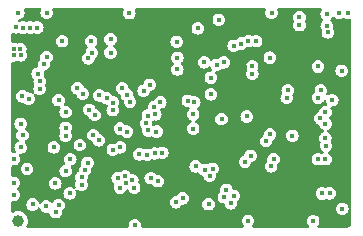
<source format=gbr>
%TF.GenerationSoftware,KiCad,Pcbnew,8.0.0*%
%TF.CreationDate,2024-09-22T12:37:06-04:00*%
%TF.ProjectId,MainBoard,4d61696e-426f-4617-9264-2e6b69636164,rev?*%
%TF.SameCoordinates,Original*%
%TF.FileFunction,Copper,L3,Inr*%
%TF.FilePolarity,Positive*%
%FSLAX46Y46*%
G04 Gerber Fmt 4.6, Leading zero omitted, Abs format (unit mm)*
G04 Created by KiCad (PCBNEW 8.0.0) date 2024-09-22 12:37:06*
%MOMM*%
%LPD*%
G01*
G04 APERTURE LIST*
%TA.AperFunction,ComponentPad*%
%ADD10C,1.000000*%
%TD*%
%TA.AperFunction,ViaPad*%
%ADD11C,0.450000*%
%TD*%
G04 APERTURE END LIST*
D10*
%TO.N,GND*%
%TO.C,TP1*%
X86000000Y-91600000D03*
%TD*%
D11*
%TO.N,GND*%
X93989084Y-82249380D03*
X91925000Y-77853135D03*
X108800000Y-80550000D03*
X85625000Y-77075002D03*
X89700000Y-76400000D03*
X92216759Y-77371642D03*
X103200000Y-83000000D03*
X91346750Y-87899997D03*
X101764206Y-87297024D03*
X102783353Y-78405549D03*
X86338402Y-81075002D03*
X112200000Y-75664038D03*
X89168602Y-90882419D03*
X112051286Y-85251284D03*
X97487124Y-81959873D03*
X100892577Y-81567500D03*
X112105000Y-74100000D03*
X86866966Y-81275000D03*
X92167500Y-76400000D03*
X100349946Y-81442243D03*
X92330284Y-84350700D03*
X104857886Y-76604140D03*
X95033925Y-87856326D03*
X113137500Y-74000000D03*
X107432500Y-74000000D03*
X105657286Y-86105819D03*
X97003549Y-83967311D03*
X100800000Y-83800000D03*
X95640682Y-88159423D03*
X96957918Y-82700047D03*
X95188331Y-80921250D03*
X96248758Y-85994617D03*
X95196019Y-84059353D03*
X113420000Y-90600000D03*
X111377404Y-81177404D03*
X88168791Y-78354958D03*
X99400000Y-76450000D03*
X99467500Y-77800000D03*
X86175000Y-77075002D03*
X92459621Y-82659621D03*
X86200003Y-77600000D03*
X93461391Y-81222160D03*
X90000000Y-83724998D03*
X86730913Y-87199969D03*
X112349890Y-89287899D03*
X99345000Y-90046038D03*
X87805549Y-79783353D03*
X113369947Y-78918350D03*
X95860819Y-91975000D03*
X102975000Y-74600000D03*
X111349997Y-86400000D03*
X104216647Y-89503250D03*
X102439522Y-87195738D03*
X85625000Y-77600000D03*
X87200000Y-90233032D03*
X107605549Y-86383353D03*
X97800000Y-88255852D03*
X95400000Y-74032500D03*
X91855109Y-86706991D03*
X105797685Y-78521526D03*
X112582517Y-81395589D03*
X107294148Y-77794148D03*
X103394451Y-89616647D03*
X102300000Y-79500000D03*
X105330852Y-82780852D03*
X95130032Y-88423743D03*
X94616647Y-85394451D03*
X112105000Y-75100000D03*
X105441938Y-91618500D03*
X93800000Y-76232500D03*
X111540379Y-82940379D03*
X88367500Y-90400000D03*
X91459621Y-80859621D03*
X99467500Y-78800000D03*
X90400000Y-86400000D03*
X106125003Y-76400000D03*
X102100000Y-90200000D03*
X88400000Y-74000000D03*
X106965577Y-84857372D03*
X97538678Y-85906007D03*
X109800000Y-74400000D03*
%TO.N,+5V*%
X85800000Y-75232500D03*
X87600000Y-75250000D03*
X86400000Y-75250000D03*
X87024997Y-75250000D03*
%TO.N,+3V3*%
X87825002Y-89400000D03*
X89200000Y-75250000D03*
X98332500Y-78800000D03*
X105150000Y-78600000D03*
X105475000Y-74600000D03*
X100200000Y-80600000D03*
X97800000Y-79200000D03*
X107660000Y-91618500D03*
X108700000Y-74500000D03*
X113137500Y-75135000D03*
X100800000Y-74600000D03*
X111000000Y-75800000D03*
X97800000Y-78400000D03*
X92800000Y-74400000D03*
X97885504Y-86600000D03*
X89200000Y-74600000D03*
X104150000Y-82800000D03*
X113192630Y-75800000D03*
X86400000Y-82167500D03*
X98000000Y-90032500D03*
X89800000Y-74600000D03*
X98332500Y-77800000D03*
X88000000Y-88800000D03*
X92800000Y-75200000D03*
X93550000Y-74800000D03*
X111000000Y-74600000D03*
X89800000Y-75250000D03*
X100800000Y-80432500D03*
X112195000Y-91600000D03*
%TO.N,Net-(D1-K)*%
X86000000Y-74000000D03*
%TO.N,/IMU_BARO/BARO_CS*%
X101200000Y-75325000D03*
X101725000Y-78200000D03*
X96600000Y-80600000D03*
%TO.N,/Connectors/USB_D-*%
X85625000Y-88400000D03*
%TO.N,/Connectors/USB_D+*%
X85625000Y-89400000D03*
%TO.N,/IMU_BARO/MOSI*%
X104225000Y-76800000D03*
%TO.N,/IMU_BARO/IMU_CS*%
X95451172Y-81515740D03*
X111362501Y-78550002D03*
%TO.N,/IMU_BARO/SCK*%
X105475000Y-76400000D03*
X94600000Y-83800000D03*
%TO.N,/IMU_BARO/MISO*%
X103400000Y-78200000D03*
%TO.N,/MCU/SDIO_D3*%
X105193500Y-86606500D03*
X101000000Y-87000000D03*
%TO.N,/MCU/SDIO_D2*%
X102200000Y-87800000D03*
X107400000Y-87000000D03*
X110960000Y-91625000D03*
%TO.N,/MCU/SDIO_CMD*%
X98186315Y-85850602D03*
%TO.N,/MCU/SDIO_D0*%
X97200000Y-88000000D03*
X103988080Y-90132738D03*
%TO.N,/Connectors/PB11*%
X89124740Y-88447253D03*
%TO.N,/Connectors/PB10*%
X90000000Y-87400000D03*
%TO.N,/Connectors/PB2{slash}BOOT1*%
X112000000Y-82400000D03*
X91200000Y-85200000D03*
%TO.N,/Connectors/PB1*%
X85625000Y-86400000D03*
%TO.N,/Connectors/PB0*%
X89000000Y-85400000D03*
%TO.N,/Connectors/PC4*%
X90000000Y-84400000D03*
%TO.N,/Connectors/PA7*%
X86349749Y-84346750D03*
%TO.N,/Connectors/PA6*%
X86200000Y-83400000D03*
%TO.N,/Connectors/PA4*%
X90000000Y-82400000D03*
%TO.N,/Connectors/PA1*%
X89400000Y-81400000D03*
%TO.N,/Connectors/PA3*%
X87799700Y-80433330D03*
%TO.N,/Connectors/PA2*%
X88383243Y-77741351D03*
%TO.N,/Connectors/PA0*%
X91000000Y-80400000D03*
%TO.N,/Connectors/PC3*%
X92000000Y-82200000D03*
X86200000Y-85400000D03*
%TO.N,/Connectors/PC2*%
X92850000Y-81001470D03*
%TO.N,/Connectors/PC1*%
X87637631Y-79151088D03*
X94017509Y-81600000D03*
%TO.N,/Connectors/NRST*%
X93800000Y-77367500D03*
%TO.N,/Connectors/PC0*%
X94800000Y-80400000D03*
%TO.N,/Connectors/PB9*%
X98023659Y-81583230D03*
%TO.N,/Connectors/PB8*%
X97600000Y-82600000D03*
X105800011Y-79171524D03*
%TO.N,/Connectors/PB7*%
X109800000Y-75050003D03*
X96800000Y-83350001D03*
%TO.N,/Connectors/PB6*%
X97692272Y-84054232D03*
X108718143Y-81194828D03*
%TO.N,/Connectors/SWO*%
X107300000Y-84300000D03*
%TO.N,/Connectors/PA15*%
X96898350Y-86017737D03*
%TO.N,/Connectors/SWCLK*%
X112000000Y-83400000D03*
X103600000Y-89000000D03*
%TO.N,/Connectors/SWDIO*%
X99904133Y-89714567D03*
X109200000Y-84400000D03*
%TO.N,/Connectors/PA10*%
X111990867Y-84600000D03*
X95800000Y-88800000D03*
%TO.N,/Connectors/PA9*%
X94600000Y-88800000D03*
X112000000Y-86400000D03*
%TO.N,/Connectors/BOOT0*%
X100800000Y-82602500D03*
%TO.N,/Connectors/PA8*%
X94400000Y-88000000D03*
X111700000Y-89300000D03*
%TO.N,/Connectors/PC7*%
X94000000Y-85600000D03*
%TO.N,/Connectors/PC6*%
X91640453Y-87320133D03*
%TO.N,/Connectors/PB15*%
X91346750Y-88550000D03*
%TO.N,/Connectors/PB14*%
X92800000Y-84800000D03*
X111611215Y-80570909D03*
%TO.N,/Connectors/PB13*%
X90346750Y-89294692D03*
%TO.N,/Connectors/PB12*%
X89400000Y-90275000D03*
%TO.N,/IMU_BARO/MAG_CS*%
X97124122Y-80102877D03*
X102296875Y-80906375D03*
%TO.N,unconnected-(U3-INT1{slash}INT-Pad4)*%
X113872500Y-74002886D03*
%TD*%
%TA.AperFunction,Conductor*%
%TO.N,+3V3*%
G36*
X87878141Y-73620185D02*
G01*
X87923896Y-73672989D01*
X87933840Y-73742147D01*
X87925663Y-73771952D01*
X87888027Y-73862813D01*
X87888026Y-73862816D01*
X87888026Y-73862817D01*
X87869965Y-74000000D01*
X87887736Y-74134983D01*
X87888026Y-74137181D01*
X87888027Y-74137186D01*
X87940974Y-74265015D01*
X87940975Y-74265017D01*
X87940976Y-74265018D01*
X88025209Y-74374791D01*
X88134982Y-74459024D01*
X88134983Y-74459024D01*
X88134984Y-74459025D01*
X88173048Y-74474791D01*
X88262817Y-74511974D01*
X88385702Y-74528152D01*
X88399999Y-74530035D01*
X88400000Y-74530035D01*
X88400001Y-74530035D01*
X88412947Y-74528330D01*
X88537183Y-74511974D01*
X88665018Y-74459024D01*
X88774791Y-74374791D01*
X88859024Y-74265018D01*
X88911974Y-74137183D01*
X88930035Y-74000000D01*
X88911974Y-73862817D01*
X88874337Y-73771952D01*
X88866868Y-73702483D01*
X88898143Y-73640004D01*
X88958232Y-73604352D01*
X88988898Y-73600500D01*
X94824564Y-73600500D01*
X94891603Y-73620185D01*
X94937358Y-73672989D01*
X94947302Y-73742147D01*
X94939125Y-73771952D01*
X94888027Y-73895313D01*
X94888026Y-73895316D01*
X94888026Y-73895317D01*
X94869965Y-74032500D01*
X94877275Y-74088027D01*
X94888026Y-74169681D01*
X94888027Y-74169686D01*
X94940974Y-74297515D01*
X94940975Y-74297517D01*
X94940976Y-74297518D01*
X95025209Y-74407291D01*
X95134982Y-74491524D01*
X95262817Y-74544474D01*
X95385702Y-74560652D01*
X95399999Y-74562535D01*
X95400000Y-74562535D01*
X95400001Y-74562535D01*
X95412947Y-74560830D01*
X95537183Y-74544474D01*
X95665018Y-74491524D01*
X95774791Y-74407291D01*
X95859024Y-74297518D01*
X95911974Y-74169683D01*
X95930035Y-74032500D01*
X95911974Y-73895317D01*
X95860874Y-73771951D01*
X95853406Y-73702483D01*
X95884681Y-73640004D01*
X95944770Y-73604352D01*
X95975436Y-73600500D01*
X106843602Y-73600500D01*
X106910641Y-73620185D01*
X106956396Y-73672989D01*
X106966340Y-73742147D01*
X106958163Y-73771952D01*
X106920527Y-73862813D01*
X106920526Y-73862816D01*
X106920526Y-73862817D01*
X106902465Y-74000000D01*
X106920236Y-74134983D01*
X106920526Y-74137181D01*
X106920527Y-74137186D01*
X106973474Y-74265015D01*
X106973475Y-74265017D01*
X106973476Y-74265018D01*
X107057709Y-74374791D01*
X107167482Y-74459024D01*
X107167483Y-74459024D01*
X107167484Y-74459025D01*
X107205548Y-74474791D01*
X107295317Y-74511974D01*
X107418202Y-74528152D01*
X107432499Y-74530035D01*
X107432500Y-74530035D01*
X107432501Y-74530035D01*
X107445447Y-74528330D01*
X107569683Y-74511974D01*
X107697518Y-74459024D01*
X107807291Y-74374791D01*
X107891524Y-74265018D01*
X107944474Y-74137183D01*
X107962535Y-74000000D01*
X107944474Y-73862817D01*
X107906837Y-73771952D01*
X107899368Y-73702483D01*
X107930643Y-73640004D01*
X107990732Y-73604352D01*
X108021398Y-73600500D01*
X111574454Y-73600500D01*
X111641493Y-73620185D01*
X111687248Y-73672989D01*
X111697192Y-73742147D01*
X111672830Y-73799986D01*
X111645976Y-73834982D01*
X111645974Y-73834984D01*
X111593027Y-73962813D01*
X111593026Y-73962816D01*
X111593026Y-73962817D01*
X111574965Y-74100000D01*
X111591449Y-74225207D01*
X111593026Y-74237181D01*
X111593027Y-74237186D01*
X111645974Y-74365015D01*
X111645975Y-74365017D01*
X111645976Y-74365018D01*
X111718111Y-74459025D01*
X111730211Y-74474793D01*
X111765178Y-74501625D01*
X111806381Y-74558053D01*
X111810535Y-74627799D01*
X111776322Y-74688719D01*
X111765179Y-74698374D01*
X111730212Y-74725206D01*
X111730210Y-74725207D01*
X111730209Y-74725209D01*
X111690102Y-74777477D01*
X111645974Y-74834985D01*
X111593027Y-74962813D01*
X111593026Y-74962816D01*
X111593026Y-74962817D01*
X111583995Y-75031408D01*
X111574965Y-75099999D01*
X111574965Y-75100000D01*
X111593026Y-75237181D01*
X111593027Y-75237186D01*
X111645974Y-75365015D01*
X111645975Y-75365017D01*
X111645976Y-75365018D01*
X111673237Y-75400545D01*
X111698431Y-75465713D01*
X111690122Y-75519005D01*
X111690129Y-75519007D01*
X111690113Y-75519065D01*
X111689426Y-75523474D01*
X111688026Y-75526853D01*
X111679710Y-75590018D01*
X111669965Y-75664038D01*
X111675405Y-75705361D01*
X111688026Y-75801219D01*
X111688027Y-75801224D01*
X111740974Y-75929053D01*
X111740975Y-75929055D01*
X111740976Y-75929056D01*
X111825209Y-76038829D01*
X111934982Y-76123062D01*
X112062817Y-76176012D01*
X112185702Y-76192190D01*
X112199999Y-76194073D01*
X112200000Y-76194073D01*
X112200001Y-76194073D01*
X112212947Y-76192368D01*
X112337183Y-76176012D01*
X112465018Y-76123062D01*
X112574791Y-76038829D01*
X112659024Y-75929056D01*
X112711974Y-75801221D01*
X112730035Y-75664038D01*
X112711974Y-75526855D01*
X112692412Y-75479629D01*
X112659025Y-75399022D01*
X112659023Y-75399019D01*
X112631763Y-75363494D01*
X112606568Y-75298325D01*
X112614879Y-75245037D01*
X112614870Y-75245035D01*
X112614893Y-75244945D01*
X112615579Y-75240549D01*
X112616974Y-75237183D01*
X112635035Y-75100000D01*
X112616974Y-74962817D01*
X112564024Y-74834983D01*
X112479791Y-74725209D01*
X112479788Y-74725207D01*
X112479787Y-74725205D01*
X112444822Y-74698376D01*
X112403619Y-74641948D01*
X112399464Y-74572202D01*
X112433676Y-74511282D01*
X112444822Y-74501624D01*
X112479791Y-74474791D01*
X112491889Y-74459025D01*
X112561241Y-74368643D01*
X112617668Y-74327442D01*
X112687414Y-74323287D01*
X112748334Y-74357499D01*
X112757990Y-74368642D01*
X112762707Y-74374789D01*
X112762709Y-74374791D01*
X112872482Y-74459024D01*
X112872483Y-74459024D01*
X112872484Y-74459025D01*
X112910548Y-74474791D01*
X113000317Y-74511974D01*
X113123202Y-74528152D01*
X113137499Y-74530035D01*
X113137500Y-74530035D01*
X113137501Y-74530035D01*
X113150447Y-74528330D01*
X113274683Y-74511974D01*
X113402518Y-74459024D01*
X113427631Y-74439752D01*
X113492798Y-74414557D01*
X113561243Y-74428593D01*
X113578598Y-74439746D01*
X113607482Y-74461910D01*
X113607483Y-74461910D01*
X113607484Y-74461911D01*
X113609674Y-74462818D01*
X113735317Y-74514860D01*
X113858202Y-74531038D01*
X113872499Y-74532921D01*
X113872500Y-74532921D01*
X113872501Y-74532921D01*
X113886643Y-74531059D01*
X114009683Y-74514860D01*
X114028048Y-74507252D01*
X114097516Y-74499784D01*
X114159996Y-74531059D01*
X114195648Y-74591148D01*
X114199500Y-74621814D01*
X114199500Y-91791872D01*
X114198439Y-91808059D01*
X114188017Y-91887215D01*
X114179639Y-91918480D01*
X114152225Y-91984664D01*
X114136039Y-92012699D01*
X114092425Y-92069537D01*
X114069537Y-92092425D01*
X114012699Y-92136039D01*
X113984664Y-92152225D01*
X113918480Y-92179639D01*
X113887215Y-92188017D01*
X113824008Y-92196339D01*
X113808057Y-92198439D01*
X113791873Y-92199500D01*
X111432996Y-92199500D01*
X111365957Y-92179815D01*
X111320202Y-92127011D01*
X111310258Y-92057853D01*
X111334621Y-92000013D01*
X111419023Y-91890019D01*
X111419022Y-91890019D01*
X111419024Y-91890018D01*
X111471974Y-91762183D01*
X111490035Y-91625000D01*
X111471974Y-91487817D01*
X111419024Y-91359983D01*
X111334791Y-91250209D01*
X111334789Y-91250208D01*
X111334789Y-91250207D01*
X111225015Y-91165974D01*
X111097186Y-91113027D01*
X111097184Y-91113026D01*
X111097183Y-91113026D01*
X111005727Y-91100985D01*
X110960001Y-91094965D01*
X110959999Y-91094965D01*
X110891408Y-91103995D01*
X110822817Y-91113026D01*
X110822816Y-91113026D01*
X110822813Y-91113027D01*
X110694985Y-91165974D01*
X110585209Y-91250209D01*
X110500974Y-91359985D01*
X110448027Y-91487813D01*
X110448026Y-91487818D01*
X110429965Y-91624999D01*
X110429965Y-91625000D01*
X110448026Y-91762181D01*
X110448027Y-91762186D01*
X110500975Y-91890016D01*
X110500976Y-91890019D01*
X110585379Y-92000013D01*
X110610574Y-92065182D01*
X110596536Y-92133627D01*
X110547722Y-92183617D01*
X110487004Y-92199500D01*
X105909883Y-92199500D01*
X105842844Y-92179815D01*
X105797089Y-92127011D01*
X105787145Y-92057853D01*
X105813190Y-92000820D01*
X105811781Y-91999739D01*
X105816729Y-91993291D01*
X105900962Y-91883518D01*
X105953912Y-91755683D01*
X105971973Y-91618500D01*
X105953912Y-91481317D01*
X105903655Y-91359985D01*
X105900963Y-91353485D01*
X105900962Y-91353484D01*
X105900962Y-91353483D01*
X105816729Y-91243709D01*
X105816727Y-91243708D01*
X105816727Y-91243707D01*
X105706953Y-91159474D01*
X105579124Y-91106527D01*
X105579122Y-91106526D01*
X105579121Y-91106526D01*
X105487665Y-91094485D01*
X105441939Y-91088465D01*
X105441937Y-91088465D01*
X105392567Y-91094965D01*
X105304755Y-91106526D01*
X105304754Y-91106526D01*
X105304751Y-91106527D01*
X105176923Y-91159474D01*
X105067147Y-91243709D01*
X104982912Y-91353485D01*
X104929965Y-91481313D01*
X104929964Y-91481318D01*
X104911903Y-91618499D01*
X104911903Y-91618500D01*
X104929964Y-91755681D01*
X104929965Y-91755686D01*
X104982912Y-91883515D01*
X104982913Y-91883517D01*
X104982914Y-91883518D01*
X105033562Y-91949523D01*
X105072095Y-91999739D01*
X105069338Y-92001854D01*
X105095159Y-92049142D01*
X105090175Y-92118834D01*
X105048303Y-92174767D01*
X104982839Y-92199184D01*
X104973993Y-92199500D01*
X96502692Y-92199500D01*
X96435653Y-92179815D01*
X96389898Y-92127011D01*
X96379753Y-92059315D01*
X96390854Y-91975000D01*
X96372793Y-91837817D01*
X96319843Y-91709983D01*
X96235610Y-91600209D01*
X96235608Y-91600208D01*
X96235608Y-91600207D01*
X96125834Y-91515974D01*
X95998005Y-91463027D01*
X95998003Y-91463026D01*
X95998002Y-91463026D01*
X95906546Y-91450985D01*
X95860820Y-91444965D01*
X95860818Y-91444965D01*
X95792227Y-91453995D01*
X95723636Y-91463026D01*
X95723635Y-91463026D01*
X95723632Y-91463027D01*
X95595804Y-91515974D01*
X95486028Y-91600209D01*
X95401793Y-91709985D01*
X95348846Y-91837813D01*
X95348845Y-91837816D01*
X95348845Y-91837817D01*
X95330784Y-91975000D01*
X95341884Y-92059315D01*
X95331120Y-92128349D01*
X95284741Y-92180605D01*
X95218946Y-92199500D01*
X86793079Y-92199500D01*
X86726040Y-92179815D01*
X86680285Y-92127011D01*
X86670341Y-92057853D01*
X86688085Y-92009528D01*
X86725788Y-91949523D01*
X86725789Y-91949522D01*
X86785368Y-91779255D01*
X86785369Y-91779249D01*
X86805565Y-91600003D01*
X86805565Y-91599996D01*
X86785369Y-91420750D01*
X86785368Y-91420745D01*
X86757619Y-91341443D01*
X86725789Y-91250478D01*
X86721534Y-91243707D01*
X86672693Y-91165976D01*
X86629816Y-91097738D01*
X86502262Y-90970184D01*
X86349523Y-90874211D01*
X86179254Y-90814631D01*
X86179249Y-90814630D01*
X86000004Y-90794435D01*
X85999996Y-90794435D01*
X85820750Y-90814630D01*
X85820745Y-90814631D01*
X85650476Y-90874211D01*
X85590472Y-90911915D01*
X85523235Y-90930915D01*
X85456400Y-90910547D01*
X85411186Y-90857279D01*
X85400500Y-90806921D01*
X85400500Y-90233032D01*
X86669965Y-90233032D01*
X86683387Y-90334983D01*
X86688026Y-90370213D01*
X86688027Y-90370218D01*
X86740974Y-90498047D01*
X86740975Y-90498049D01*
X86740976Y-90498050D01*
X86825209Y-90607823D01*
X86934982Y-90692056D01*
X87062817Y-90745006D01*
X87185702Y-90761184D01*
X87199999Y-90763067D01*
X87200000Y-90763067D01*
X87200001Y-90763067D01*
X87212947Y-90761362D01*
X87337183Y-90745006D01*
X87465018Y-90692056D01*
X87574791Y-90607823D01*
X87645367Y-90515847D01*
X87701791Y-90474647D01*
X87771537Y-90470492D01*
X87832458Y-90504704D01*
X87858301Y-90543884D01*
X87908474Y-90665015D01*
X87908475Y-90665017D01*
X87908476Y-90665018D01*
X87992709Y-90774791D01*
X88102482Y-90859024D01*
X88230317Y-90911974D01*
X88353202Y-90928152D01*
X88367499Y-90930035D01*
X88367500Y-90930035D01*
X88367501Y-90930035D01*
X88418193Y-90923360D01*
X88504683Y-90911974D01*
X88504683Y-90911973D01*
X88512740Y-90910913D01*
X88513040Y-90913194D01*
X88571027Y-90914570D01*
X88628893Y-90953728D01*
X88654193Y-91011840D01*
X88654525Y-91011752D01*
X88655118Y-91013965D01*
X88656218Y-91016492D01*
X88656626Y-91019596D01*
X88656629Y-91019605D01*
X88709576Y-91147434D01*
X88709577Y-91147436D01*
X88709578Y-91147437D01*
X88793811Y-91257210D01*
X88903584Y-91341443D01*
X88903585Y-91341443D01*
X88903586Y-91341444D01*
X88946195Y-91359093D01*
X89031419Y-91394393D01*
X89154304Y-91410571D01*
X89168601Y-91412454D01*
X89168602Y-91412454D01*
X89168603Y-91412454D01*
X89181549Y-91410749D01*
X89305785Y-91394393D01*
X89433620Y-91341443D01*
X89543393Y-91257210D01*
X89627626Y-91147437D01*
X89680576Y-91019602D01*
X89698637Y-90882419D01*
X89687152Y-90795186D01*
X89697917Y-90726153D01*
X89734602Y-90680628D01*
X89774791Y-90649791D01*
X89859024Y-90540018D01*
X89911974Y-90412183D01*
X89930035Y-90275000D01*
X89911974Y-90137817D01*
X89873958Y-90046038D01*
X98814965Y-90046038D01*
X98831758Y-90173592D01*
X98833026Y-90183219D01*
X98833027Y-90183224D01*
X98885974Y-90311053D01*
X98885975Y-90311055D01*
X98885976Y-90311056D01*
X98970209Y-90420829D01*
X99079982Y-90505062D01*
X99079983Y-90505062D01*
X99079984Y-90505063D01*
X99085938Y-90507529D01*
X99207817Y-90558012D01*
X99330702Y-90574190D01*
X99344999Y-90576073D01*
X99345000Y-90576073D01*
X99345001Y-90576073D01*
X99357947Y-90574368D01*
X99482183Y-90558012D01*
X99610018Y-90505062D01*
X99719791Y-90420829D01*
X99804024Y-90311056D01*
X99804026Y-90311052D01*
X99806735Y-90306360D01*
X99857300Y-90258142D01*
X99897939Y-90245417D01*
X99904131Y-90244601D01*
X99904133Y-90244602D01*
X100041316Y-90226541D01*
X100105393Y-90200000D01*
X101569965Y-90200000D01*
X101587736Y-90334983D01*
X101588026Y-90337181D01*
X101588027Y-90337186D01*
X101640974Y-90465015D01*
X101640975Y-90465017D01*
X101640976Y-90465018D01*
X101725209Y-90574791D01*
X101834982Y-90659024D01*
X101962817Y-90711974D01*
X102082029Y-90727669D01*
X102099999Y-90730035D01*
X102100000Y-90730035D01*
X102100001Y-90730035D01*
X102117971Y-90727669D01*
X102237183Y-90711974D01*
X102365018Y-90659024D01*
X102474791Y-90574791D01*
X102559024Y-90465018D01*
X102611974Y-90337183D01*
X102630035Y-90200000D01*
X102611974Y-90062817D01*
X102569218Y-89959593D01*
X102559025Y-89934985D01*
X102559024Y-89934984D01*
X102559024Y-89934983D01*
X102474791Y-89825209D01*
X102474789Y-89825208D01*
X102474789Y-89825207D01*
X102393754Y-89763026D01*
X102365018Y-89740976D01*
X102365017Y-89740975D01*
X102365015Y-89740974D01*
X102237186Y-89688027D01*
X102237184Y-89688026D01*
X102237183Y-89688026D01*
X102136656Y-89674791D01*
X102100001Y-89669965D01*
X102099999Y-89669965D01*
X102031408Y-89678995D01*
X101962817Y-89688026D01*
X101962816Y-89688026D01*
X101962813Y-89688027D01*
X101834985Y-89740974D01*
X101725209Y-89825209D01*
X101640974Y-89934985D01*
X101588027Y-90062813D01*
X101588026Y-90062816D01*
X101588026Y-90062817D01*
X101569965Y-90200000D01*
X100105393Y-90200000D01*
X100169151Y-90173591D01*
X100278924Y-90089358D01*
X100363157Y-89979585D01*
X100416107Y-89851750D01*
X100434168Y-89714567D01*
X100421276Y-89616647D01*
X102864416Y-89616647D01*
X102881488Y-89746321D01*
X102882477Y-89753828D01*
X102882478Y-89753833D01*
X102935425Y-89881662D01*
X102935426Y-89881664D01*
X102935427Y-89881665D01*
X103019660Y-89991438D01*
X103129433Y-90075671D01*
X103129434Y-90075671D01*
X103129435Y-90075672D01*
X103162477Y-90089358D01*
X103257268Y-90128621D01*
X103366701Y-90143028D01*
X103430597Y-90171294D01*
X103469068Y-90229619D01*
X103473454Y-90249778D01*
X103476106Y-90269921D01*
X103476107Y-90269924D01*
X103529054Y-90397753D01*
X103529055Y-90397755D01*
X103529056Y-90397756D01*
X103613289Y-90507529D01*
X103723062Y-90591762D01*
X103723063Y-90591762D01*
X103723064Y-90591763D01*
X103761833Y-90607821D01*
X103850897Y-90644712D01*
X103973782Y-90660890D01*
X103988079Y-90662773D01*
X103988080Y-90662773D01*
X103988081Y-90662773D01*
X104001027Y-90661068D01*
X104125263Y-90644712D01*
X104233209Y-90600000D01*
X112889965Y-90600000D01*
X112906773Y-90727669D01*
X112908026Y-90737181D01*
X112908027Y-90737186D01*
X112960974Y-90865015D01*
X112960975Y-90865017D01*
X112960976Y-90865018D01*
X113045209Y-90974791D01*
X113154982Y-91059024D01*
X113282817Y-91111974D01*
X113405702Y-91128152D01*
X113419999Y-91130035D01*
X113420000Y-91130035D01*
X113420001Y-91130035D01*
X113432947Y-91128330D01*
X113557183Y-91111974D01*
X113685018Y-91059024D01*
X113794791Y-90974791D01*
X113879024Y-90865018D01*
X113931974Y-90737183D01*
X113950035Y-90600000D01*
X113931974Y-90462817D01*
X113879935Y-90337183D01*
X113879025Y-90334985D01*
X113879024Y-90334984D01*
X113879024Y-90334983D01*
X113794791Y-90225209D01*
X113794789Y-90225208D01*
X113794789Y-90225207D01*
X113713119Y-90162539D01*
X113685018Y-90140976D01*
X113685017Y-90140975D01*
X113685015Y-90140974D01*
X113557186Y-90088027D01*
X113557184Y-90088026D01*
X113557183Y-90088026D01*
X113463340Y-90075671D01*
X113420001Y-90069965D01*
X113419999Y-90069965D01*
X113376652Y-90075672D01*
X113282817Y-90088026D01*
X113282816Y-90088026D01*
X113282813Y-90088027D01*
X113154985Y-90140974D01*
X113045209Y-90225209D01*
X112960974Y-90334985D01*
X112908027Y-90462813D01*
X112908026Y-90462818D01*
X112891050Y-90591762D01*
X112889965Y-90600000D01*
X104233209Y-90600000D01*
X104253098Y-90591762D01*
X104362871Y-90507529D01*
X104447104Y-90397756D01*
X104500054Y-90269921D01*
X104518115Y-90132738D01*
X104503731Y-90023487D01*
X104514496Y-89954455D01*
X104551182Y-89908930D01*
X104591438Y-89878041D01*
X104675671Y-89768268D01*
X104728621Y-89640433D01*
X104746682Y-89503250D01*
X104728621Y-89366067D01*
X104701256Y-89300000D01*
X111169965Y-89300000D01*
X111183130Y-89399999D01*
X111188026Y-89437181D01*
X111188027Y-89437186D01*
X111240974Y-89565015D01*
X111240975Y-89565017D01*
X111240976Y-89565018D01*
X111325209Y-89674791D01*
X111434982Y-89759024D01*
X111562817Y-89811974D01*
X111685702Y-89828152D01*
X111699999Y-89830035D01*
X111700000Y-89830035D01*
X111700001Y-89830035D01*
X111712947Y-89828330D01*
X111837183Y-89811974D01*
X111965018Y-89759024D01*
X111965024Y-89759019D01*
X111972057Y-89754960D01*
X111973506Y-89757470D01*
X112025642Y-89737313D01*
X112083418Y-89746321D01*
X112104275Y-89754960D01*
X112212707Y-89799873D01*
X112335003Y-89815974D01*
X112349889Y-89817934D01*
X112349890Y-89817934D01*
X112349891Y-89817934D01*
X112364777Y-89815974D01*
X112487073Y-89799873D01*
X112614908Y-89746923D01*
X112724681Y-89662690D01*
X112808914Y-89552917D01*
X112861864Y-89425082D01*
X112879925Y-89287899D01*
X112861864Y-89150716D01*
X112808914Y-89022882D01*
X112724681Y-88913108D01*
X112724679Y-88913107D01*
X112724679Y-88913106D01*
X112654198Y-88859024D01*
X112614908Y-88828875D01*
X112614907Y-88828874D01*
X112614905Y-88828873D01*
X112487076Y-88775926D01*
X112487074Y-88775925D01*
X112487073Y-88775925D01*
X112395617Y-88763884D01*
X112349891Y-88757864D01*
X112349889Y-88757864D01*
X112281298Y-88766894D01*
X112212707Y-88775925D01*
X112212706Y-88775925D01*
X112212703Y-88775926D01*
X112084872Y-88828874D01*
X112077833Y-88832939D01*
X112076385Y-88830431D01*
X112024227Y-88850588D01*
X111966472Y-88841578D01*
X111837186Y-88788027D01*
X111837184Y-88788026D01*
X111837183Y-88788026D01*
X111736656Y-88774791D01*
X111700001Y-88769965D01*
X111699999Y-88769965D01*
X111654723Y-88775926D01*
X111562817Y-88788026D01*
X111562816Y-88788026D01*
X111562813Y-88788027D01*
X111434985Y-88840974D01*
X111325209Y-88925209D01*
X111240974Y-89034985D01*
X111188027Y-89162813D01*
X111188026Y-89162816D01*
X111188026Y-89162817D01*
X111169965Y-89300000D01*
X104701256Y-89300000D01*
X104677172Y-89241856D01*
X104675672Y-89238235D01*
X104675671Y-89238234D01*
X104675671Y-89238233D01*
X104591438Y-89128459D01*
X104591436Y-89128458D01*
X104591436Y-89128457D01*
X104504792Y-89061972D01*
X104481665Y-89044226D01*
X104481664Y-89044225D01*
X104481662Y-89044224D01*
X104353833Y-88991277D01*
X104353831Y-88991276D01*
X104353830Y-88991276D01*
X104332555Y-88988475D01*
X104219250Y-88973557D01*
X104155354Y-88945290D01*
X104116884Y-88886965D01*
X104112499Y-88866808D01*
X104111974Y-88862817D01*
X104059024Y-88734983D01*
X103974791Y-88625209D01*
X103974789Y-88625208D01*
X103974789Y-88625207D01*
X103865015Y-88540974D01*
X103737186Y-88488027D01*
X103737184Y-88488026D01*
X103737183Y-88488026D01*
X103645727Y-88475985D01*
X103600001Y-88469965D01*
X103599999Y-88469965D01*
X103531408Y-88478995D01*
X103462817Y-88488026D01*
X103462816Y-88488026D01*
X103462813Y-88488027D01*
X103334985Y-88540974D01*
X103225209Y-88625209D01*
X103140974Y-88734985D01*
X103088027Y-88862813D01*
X103088027Y-88862814D01*
X103088026Y-88862817D01*
X103086556Y-88873981D01*
X103069965Y-88999999D01*
X103069965Y-89000002D01*
X103084924Y-89113626D01*
X103074158Y-89182661D01*
X103037476Y-89228184D01*
X103019662Y-89241853D01*
X102935425Y-89351632D01*
X102882478Y-89479460D01*
X102882477Y-89479463D01*
X102882477Y-89479464D01*
X102875289Y-89534064D01*
X102871913Y-89559707D01*
X102864416Y-89616647D01*
X100421276Y-89616647D01*
X100416107Y-89577384D01*
X100363157Y-89449550D01*
X100278924Y-89339776D01*
X100278922Y-89339775D01*
X100278922Y-89339774D01*
X100178632Y-89262818D01*
X100169151Y-89255543D01*
X100169150Y-89255542D01*
X100169148Y-89255541D01*
X100041319Y-89202594D01*
X100041317Y-89202593D01*
X100041316Y-89202593D01*
X99949860Y-89190552D01*
X99904134Y-89184532D01*
X99904132Y-89184532D01*
X99835541Y-89193562D01*
X99766950Y-89202593D01*
X99766949Y-89202593D01*
X99766946Y-89202594D01*
X99639118Y-89255541D01*
X99565575Y-89311973D01*
X99529342Y-89339776D01*
X99454597Y-89437186D01*
X99445104Y-89449557D01*
X99442389Y-89454259D01*
X99391817Y-89502470D01*
X99351194Y-89515187D01*
X99236733Y-89530256D01*
X99207817Y-89534064D01*
X99207816Y-89534064D01*
X99207813Y-89534065D01*
X99079985Y-89587012D01*
X98970209Y-89671247D01*
X98885974Y-89781023D01*
X98833027Y-89908851D01*
X98833026Y-89908854D01*
X98833026Y-89908855D01*
X98814965Y-90046038D01*
X89873958Y-90046038D01*
X89859024Y-90009983D01*
X89774791Y-89900209D01*
X89774789Y-89900208D01*
X89774789Y-89900207D01*
X89683340Y-89830035D01*
X89665018Y-89815976D01*
X89665017Y-89815975D01*
X89665015Y-89815974D01*
X89537186Y-89763027D01*
X89537184Y-89763026D01*
X89537183Y-89763026D01*
X89414880Y-89746924D01*
X89400001Y-89744965D01*
X89399999Y-89744965D01*
X89385120Y-89746924D01*
X89262817Y-89763026D01*
X89262816Y-89763026D01*
X89262813Y-89763027D01*
X89134985Y-89815974D01*
X89057011Y-89875806D01*
X89025209Y-89900209D01*
X88940976Y-90009983D01*
X88940975Y-90009985D01*
X88936029Y-90016431D01*
X88933911Y-90014805D01*
X88892847Y-90053941D01*
X88824237Y-90067148D01*
X88759379Y-90041164D01*
X88748668Y-90030317D01*
X88748034Y-90030952D01*
X88742294Y-90025211D01*
X88687404Y-89983092D01*
X88632518Y-89940976D01*
X88632517Y-89940975D01*
X88632515Y-89940974D01*
X88504686Y-89888027D01*
X88504684Y-89888026D01*
X88504683Y-89888026D01*
X88411866Y-89875806D01*
X88367501Y-89869965D01*
X88367499Y-89869965D01*
X88323134Y-89875806D01*
X88230317Y-89888026D01*
X88230316Y-89888026D01*
X88230313Y-89888027D01*
X88102485Y-89940974D01*
X87992706Y-90025211D01*
X87922134Y-90117182D01*
X87865706Y-90158385D01*
X87795960Y-90162539D01*
X87735040Y-90128326D01*
X87709198Y-90089147D01*
X87659025Y-89968017D01*
X87659024Y-89968016D01*
X87659024Y-89968015D01*
X87574791Y-89858241D01*
X87574789Y-89858240D01*
X87574789Y-89858239D01*
X87465015Y-89774006D01*
X87337186Y-89721059D01*
X87337184Y-89721058D01*
X87337183Y-89721058D01*
X87245727Y-89709017D01*
X87200001Y-89702997D01*
X87199999Y-89702997D01*
X87131408Y-89712027D01*
X87062817Y-89721058D01*
X87062816Y-89721058D01*
X87062813Y-89721059D01*
X86934985Y-89774006D01*
X86825209Y-89858241D01*
X86740974Y-89968017D01*
X86688027Y-90095845D01*
X86688026Y-90095850D01*
X86670820Y-90226541D01*
X86669965Y-90233032D01*
X85400500Y-90233032D01*
X85400500Y-90041873D01*
X85420185Y-89974834D01*
X85472989Y-89929079D01*
X85540684Y-89918934D01*
X85625000Y-89930035D01*
X85762183Y-89911974D01*
X85890018Y-89859024D01*
X85999791Y-89774791D01*
X86084024Y-89665018D01*
X86136974Y-89537183D01*
X86155035Y-89400000D01*
X86141171Y-89294692D01*
X89816715Y-89294692D01*
X89833881Y-89425080D01*
X89834776Y-89431873D01*
X89834777Y-89431878D01*
X89887724Y-89559707D01*
X89887725Y-89559709D01*
X89887726Y-89559710D01*
X89971959Y-89669483D01*
X90081732Y-89753716D01*
X90209567Y-89806666D01*
X90332452Y-89822844D01*
X90346749Y-89824727D01*
X90346750Y-89824727D01*
X90346751Y-89824727D01*
X90359697Y-89823022D01*
X90483933Y-89806666D01*
X90611768Y-89753716D01*
X90721541Y-89669483D01*
X90805774Y-89559710D01*
X90858724Y-89431875D01*
X90876785Y-89294692D01*
X90858724Y-89157509D01*
X90841752Y-89116536D01*
X90834284Y-89047068D01*
X90865559Y-88984589D01*
X90925648Y-88948937D01*
X90995473Y-88951431D01*
X91031800Y-88970709D01*
X91081732Y-89009024D01*
X91209567Y-89061974D01*
X91332452Y-89078152D01*
X91346749Y-89080035D01*
X91346750Y-89080035D01*
X91346751Y-89080035D01*
X91359697Y-89078330D01*
X91483933Y-89061974D01*
X91611768Y-89009024D01*
X91721541Y-88924791D01*
X91805774Y-88815018D01*
X91858724Y-88687183D01*
X91876785Y-88550000D01*
X91876664Y-88549084D01*
X91874156Y-88530035D01*
X91858724Y-88412817D01*
X91813910Y-88304625D01*
X91802664Y-88277474D01*
X91804447Y-88276735D01*
X91790465Y-88219098D01*
X91803980Y-88173069D01*
X91802664Y-88172524D01*
X91844110Y-88072462D01*
X91858724Y-88037180D01*
X91863619Y-88000000D01*
X93869965Y-88000000D01*
X93887736Y-88134983D01*
X93888026Y-88137181D01*
X93888027Y-88137186D01*
X93940974Y-88265015D01*
X93940975Y-88265017D01*
X93940976Y-88265018D01*
X94025209Y-88374791D01*
X94087920Y-88422911D01*
X94129121Y-88479338D01*
X94133276Y-88549084D01*
X94126994Y-88568737D01*
X94088028Y-88662813D01*
X94088026Y-88662817D01*
X94069965Y-88800000D01*
X94086394Y-88924790D01*
X94088026Y-88937181D01*
X94088027Y-88937186D01*
X94140974Y-89065015D01*
X94140975Y-89065016D01*
X94140976Y-89065018D01*
X94225209Y-89174791D01*
X94334982Y-89259024D01*
X94334983Y-89259024D01*
X94334984Y-89259025D01*
X94377593Y-89276674D01*
X94462817Y-89311974D01*
X94585702Y-89328152D01*
X94599999Y-89330035D01*
X94600000Y-89330035D01*
X94600001Y-89330035D01*
X94612947Y-89328330D01*
X94737183Y-89311974D01*
X94865018Y-89259024D01*
X94974791Y-89174791D01*
X95059024Y-89065018D01*
X95076266Y-89023389D01*
X95120103Y-88968989D01*
X95174640Y-88947905D01*
X95192040Y-88945614D01*
X95261075Y-88956381D01*
X95313330Y-89002762D01*
X95322784Y-89021099D01*
X95328535Y-89034983D01*
X95340976Y-89065018D01*
X95425209Y-89174791D01*
X95534982Y-89259024D01*
X95534983Y-89259024D01*
X95534984Y-89259025D01*
X95577593Y-89276674D01*
X95662817Y-89311974D01*
X95785702Y-89328152D01*
X95799999Y-89330035D01*
X95800000Y-89330035D01*
X95800001Y-89330035D01*
X95812947Y-89328330D01*
X95937183Y-89311974D01*
X96065018Y-89259024D01*
X96174791Y-89174791D01*
X96259024Y-89065018D01*
X96311974Y-88937183D01*
X96330035Y-88800000D01*
X96311974Y-88662817D01*
X96264865Y-88549084D01*
X96259025Y-88534985D01*
X96259024Y-88534984D01*
X96259024Y-88534983D01*
X96174791Y-88425209D01*
X96174788Y-88425207D01*
X96169843Y-88418762D01*
X96172534Y-88416697D01*
X96146573Y-88369153D01*
X96151187Y-88304625D01*
X96150553Y-88304455D01*
X96151435Y-88301162D01*
X96151557Y-88299461D01*
X96152603Y-88296802D01*
X96152655Y-88296608D01*
X96152654Y-88296608D01*
X96152656Y-88296606D01*
X96170717Y-88159423D01*
X96152656Y-88022240D01*
X96143444Y-88000000D01*
X96669965Y-88000000D01*
X96687736Y-88134983D01*
X96688026Y-88137181D01*
X96688027Y-88137186D01*
X96740974Y-88265015D01*
X96740975Y-88265017D01*
X96740976Y-88265018D01*
X96825209Y-88374791D01*
X96934982Y-88459024D01*
X97062817Y-88511974D01*
X97185702Y-88528152D01*
X97199999Y-88530035D01*
X97199999Y-88530034D01*
X97200000Y-88530035D01*
X97263450Y-88521681D01*
X97332484Y-88532446D01*
X97378011Y-88569134D01*
X97421037Y-88625207D01*
X97425209Y-88630643D01*
X97534982Y-88714876D01*
X97662817Y-88767826D01*
X97785702Y-88784004D01*
X97799999Y-88785887D01*
X97800000Y-88785887D01*
X97800001Y-88785887D01*
X97812947Y-88784182D01*
X97937183Y-88767826D01*
X98065018Y-88714876D01*
X98174791Y-88630643D01*
X98259024Y-88520870D01*
X98311974Y-88393035D01*
X98330035Y-88255852D01*
X98311974Y-88118669D01*
X98259024Y-87990835D01*
X98174791Y-87881061D01*
X98174789Y-87881060D01*
X98174789Y-87881059D01*
X98100323Y-87823919D01*
X98065018Y-87796828D01*
X98065017Y-87796827D01*
X98065015Y-87796826D01*
X97937186Y-87743879D01*
X97937184Y-87743878D01*
X97937183Y-87743878D01*
X97831803Y-87730004D01*
X97800001Y-87725817D01*
X97799998Y-87725817D01*
X97736549Y-87734170D01*
X97667514Y-87723404D01*
X97621989Y-87686718D01*
X97574791Y-87625209D01*
X97530612Y-87591309D01*
X97465018Y-87540976D01*
X97465017Y-87540975D01*
X97465015Y-87540974D01*
X97337186Y-87488027D01*
X97337184Y-87488026D01*
X97337183Y-87488026D01*
X97245727Y-87475985D01*
X97200001Y-87469965D01*
X97199999Y-87469965D01*
X97131408Y-87478995D01*
X97062817Y-87488026D01*
X97062816Y-87488026D01*
X97062813Y-87488027D01*
X96934985Y-87540974D01*
X96825209Y-87625209D01*
X96740974Y-87734985D01*
X96688027Y-87862813D01*
X96688026Y-87862816D01*
X96688026Y-87862817D01*
X96669965Y-88000000D01*
X96143444Y-88000000D01*
X96106983Y-87911974D01*
X96099707Y-87894408D01*
X96099706Y-87894407D01*
X96099706Y-87894406D01*
X96015473Y-87784632D01*
X96015471Y-87784631D01*
X96015471Y-87784630D01*
X95920743Y-87711942D01*
X95905700Y-87700399D01*
X95905699Y-87700398D01*
X95905697Y-87700397D01*
X95777868Y-87647450D01*
X95777866Y-87647449D01*
X95777865Y-87647449D01*
X95686409Y-87635408D01*
X95640683Y-87629388D01*
X95640679Y-87629388D01*
X95604019Y-87634214D01*
X95534984Y-87623448D01*
X95489461Y-87586763D01*
X95408716Y-87481535D01*
X95298943Y-87397302D01*
X95298942Y-87397301D01*
X95298940Y-87397300D01*
X95171111Y-87344353D01*
X95171109Y-87344352D01*
X95171108Y-87344352D01*
X95079652Y-87332311D01*
X95033926Y-87326291D01*
X95033924Y-87326291D01*
X94983544Y-87332924D01*
X94896742Y-87344352D01*
X94896741Y-87344352D01*
X94896738Y-87344353D01*
X94768909Y-87397300D01*
X94768907Y-87397302D01*
X94667685Y-87474973D01*
X94602516Y-87500167D01*
X94544749Y-87491159D01*
X94537185Y-87488026D01*
X94537187Y-87488026D01*
X94400001Y-87469965D01*
X94399999Y-87469965D01*
X94331408Y-87478995D01*
X94262817Y-87488026D01*
X94262816Y-87488026D01*
X94262813Y-87488027D01*
X94134985Y-87540974D01*
X94025209Y-87625209D01*
X93940974Y-87734985D01*
X93888027Y-87862813D01*
X93888026Y-87862816D01*
X93888026Y-87862817D01*
X93869965Y-88000000D01*
X91863619Y-88000000D01*
X91876785Y-87899997D01*
X91874312Y-87881216D01*
X91885076Y-87812182D01*
X91921762Y-87766655D01*
X92015244Y-87694924D01*
X92099477Y-87585151D01*
X92152427Y-87457316D01*
X92170488Y-87320133D01*
X92156782Y-87216033D01*
X92167547Y-87147003D01*
X92204234Y-87101476D01*
X92229900Y-87081782D01*
X92292654Y-87000000D01*
X100469965Y-87000000D01*
X100487736Y-87134983D01*
X100488026Y-87137181D01*
X100488027Y-87137186D01*
X100540974Y-87265015D01*
X100540975Y-87265017D01*
X100540976Y-87265018D01*
X100625209Y-87374791D01*
X100734982Y-87459024D01*
X100862817Y-87511974D01*
X100985702Y-87528152D01*
X100999999Y-87530035D01*
X101000000Y-87530035D01*
X101000001Y-87530035D01*
X101012947Y-87528330D01*
X101137183Y-87511974D01*
X101148960Y-87507095D01*
X101218426Y-87499623D01*
X101280907Y-87530894D01*
X101303802Y-87559651D01*
X101305181Y-87562040D01*
X101305182Y-87562042D01*
X101389415Y-87671815D01*
X101499188Y-87756048D01*
X101499189Y-87756048D01*
X101499190Y-87756049D01*
X101607552Y-87800933D01*
X101661956Y-87844773D01*
X101683039Y-87899307D01*
X101688026Y-87937184D01*
X101740974Y-88065015D01*
X101740975Y-88065017D01*
X101740976Y-88065018D01*
X101825209Y-88174791D01*
X101934982Y-88259024D01*
X101934983Y-88259024D01*
X101934984Y-88259025D01*
X101949446Y-88265015D01*
X102062817Y-88311974D01*
X102185702Y-88328152D01*
X102199999Y-88330035D01*
X102200000Y-88330035D01*
X102200001Y-88330035D01*
X102212947Y-88328330D01*
X102337183Y-88311974D01*
X102465018Y-88259024D01*
X102574791Y-88174791D01*
X102659024Y-88065018D01*
X102711974Y-87937183D01*
X102730035Y-87800000D01*
X102719673Y-87721296D01*
X102730438Y-87652263D01*
X102767123Y-87606739D01*
X102814313Y-87570529D01*
X102898546Y-87460756D01*
X102951496Y-87332921D01*
X102969557Y-87195738D01*
X102951496Y-87058555D01*
X102902793Y-86940974D01*
X102898547Y-86930723D01*
X102898546Y-86930722D01*
X102898546Y-86930721D01*
X102814313Y-86820947D01*
X102814311Y-86820946D01*
X102814311Y-86820945D01*
X102725759Y-86752996D01*
X102704540Y-86736714D01*
X102704539Y-86736713D01*
X102704537Y-86736712D01*
X102576708Y-86683765D01*
X102576706Y-86683764D01*
X102576705Y-86683764D01*
X102471659Y-86669934D01*
X102439523Y-86665703D01*
X102439521Y-86665703D01*
X102407385Y-86669934D01*
X102302339Y-86683764D01*
X102302338Y-86683764D01*
X102302335Y-86683765D01*
X102174506Y-86736712D01*
X102174504Y-86736714D01*
X102094646Y-86797991D01*
X102029476Y-86823185D01*
X101971709Y-86814177D01*
X101968858Y-86812996D01*
X101901389Y-86785050D01*
X101832797Y-86776019D01*
X101764207Y-86766989D01*
X101764205Y-86766989D01*
X101695614Y-86776019D01*
X101627023Y-86785050D01*
X101627022Y-86785050D01*
X101627019Y-86785051D01*
X101615238Y-86789931D01*
X101545768Y-86797398D01*
X101483290Y-86766122D01*
X101460398Y-86737365D01*
X101459028Y-86734994D01*
X101459024Y-86734983D01*
X101374791Y-86625209D01*
X101374789Y-86625208D01*
X101374789Y-86625207D01*
X101350410Y-86606500D01*
X104663465Y-86606500D01*
X104681165Y-86740943D01*
X104681526Y-86743681D01*
X104681527Y-86743686D01*
X104734474Y-86871515D01*
X104734475Y-86871517D01*
X104734476Y-86871518D01*
X104818709Y-86981291D01*
X104928482Y-87065524D01*
X105056317Y-87118474D01*
X105179202Y-87134652D01*
X105193499Y-87136535D01*
X105193500Y-87136535D01*
X105193501Y-87136535D01*
X105206447Y-87134830D01*
X105330683Y-87118474D01*
X105458518Y-87065524D01*
X105543909Y-87000000D01*
X106869965Y-87000000D01*
X106887736Y-87134983D01*
X106888026Y-87137181D01*
X106888027Y-87137186D01*
X106940974Y-87265015D01*
X106940975Y-87265017D01*
X106940976Y-87265018D01*
X107025209Y-87374791D01*
X107134982Y-87459024D01*
X107262817Y-87511974D01*
X107385702Y-87528152D01*
X107399999Y-87530035D01*
X107400000Y-87530035D01*
X107400001Y-87530035D01*
X107412947Y-87528330D01*
X107537183Y-87511974D01*
X107665018Y-87459024D01*
X107774791Y-87374791D01*
X107859024Y-87265018D01*
X107911974Y-87137183D01*
X107930035Y-87000000D01*
X107915075Y-86886371D01*
X107925840Y-86817338D01*
X107962531Y-86771809D01*
X107980338Y-86758146D01*
X107984290Y-86752996D01*
X108064573Y-86648371D01*
X108117523Y-86520536D01*
X108133392Y-86400000D01*
X110819962Y-86400000D01*
X110837039Y-86529711D01*
X110838023Y-86537181D01*
X110838024Y-86537186D01*
X110890971Y-86665015D01*
X110890972Y-86665017D01*
X110890973Y-86665018D01*
X110975206Y-86774791D01*
X111084979Y-86859024D01*
X111084980Y-86859024D01*
X111084981Y-86859025D01*
X111115143Y-86871518D01*
X111212814Y-86911974D01*
X111335699Y-86928152D01*
X111349996Y-86930035D01*
X111349997Y-86930035D01*
X111349998Y-86930035D01*
X111362944Y-86928330D01*
X111487180Y-86911974D01*
X111588601Y-86869965D01*
X111622524Y-86855914D01*
X111623263Y-86857699D01*
X111680888Y-86843715D01*
X111726927Y-86857231D01*
X111727473Y-86855914D01*
X111765146Y-86871518D01*
X111862817Y-86911974D01*
X111985702Y-86928152D01*
X111999999Y-86930035D01*
X112000000Y-86930035D01*
X112000001Y-86930035D01*
X112012947Y-86928330D01*
X112137183Y-86911974D01*
X112265018Y-86859024D01*
X112374791Y-86774791D01*
X112459024Y-86665018D01*
X112511974Y-86537183D01*
X112530035Y-86400000D01*
X112511974Y-86262817D01*
X112459024Y-86134983D01*
X112374791Y-86025209D01*
X112374789Y-86025208D01*
X112374789Y-86025207D01*
X112309086Y-85974791D01*
X112265018Y-85940976D01*
X112265015Y-85940975D01*
X112258570Y-85936029D01*
X112260658Y-85933307D01*
X112223369Y-85894221D01*
X112210128Y-85825617D01*
X112236079Y-85760746D01*
X112286116Y-85722811D01*
X112316304Y-85710308D01*
X112426077Y-85626075D01*
X112510310Y-85516302D01*
X112563260Y-85388467D01*
X112581321Y-85251284D01*
X112563260Y-85114101D01*
X112510310Y-84986267D01*
X112482035Y-84949419D01*
X112456843Y-84884251D01*
X112465851Y-84826485D01*
X112502841Y-84737183D01*
X112520902Y-84600000D01*
X112519895Y-84592355D01*
X112516453Y-84566206D01*
X112502841Y-84462817D01*
X112452839Y-84342101D01*
X112449892Y-84334985D01*
X112449891Y-84334984D01*
X112449891Y-84334983D01*
X112365658Y-84225209D01*
X112365656Y-84225208D01*
X112365656Y-84225207D01*
X112328291Y-84196536D01*
X112255885Y-84140976D01*
X112255881Y-84140974D01*
X112196679Y-84116452D01*
X112142275Y-84072611D01*
X112120210Y-84006317D01*
X112137489Y-83938618D01*
X112188626Y-83891007D01*
X112196656Y-83887339D01*
X112265018Y-83859024D01*
X112374791Y-83774791D01*
X112459024Y-83665018D01*
X112511974Y-83537183D01*
X112530035Y-83400000D01*
X112529956Y-83399403D01*
X112522264Y-83340975D01*
X112511974Y-83262817D01*
X112459935Y-83137183D01*
X112459025Y-83134985D01*
X112459024Y-83134984D01*
X112459024Y-83134983D01*
X112374791Y-83025209D01*
X112374788Y-83025207D01*
X112374787Y-83025205D01*
X112339822Y-82998376D01*
X112298619Y-82941948D01*
X112294464Y-82872202D01*
X112328676Y-82811282D01*
X112339822Y-82801624D01*
X112374791Y-82774791D01*
X112459024Y-82665018D01*
X112511974Y-82537183D01*
X112530035Y-82400000D01*
X112511974Y-82262817D01*
X112459024Y-82134983D01*
X112448687Y-82121511D01*
X112423493Y-82056345D01*
X112437531Y-81987900D01*
X112486344Y-81937909D01*
X112554435Y-81922245D01*
X112563239Y-81923085D01*
X112582517Y-81925624D01*
X112719700Y-81907563D01*
X112847535Y-81854613D01*
X112957308Y-81770380D01*
X113041541Y-81660607D01*
X113094491Y-81532772D01*
X113112552Y-81395589D01*
X113094491Y-81258406D01*
X113058448Y-81171390D01*
X113041542Y-81130574D01*
X113041541Y-81130573D01*
X113041541Y-81130572D01*
X112957308Y-81020798D01*
X112957306Y-81020797D01*
X112957306Y-81020796D01*
X112859440Y-80945700D01*
X112847535Y-80936565D01*
X112847534Y-80936564D01*
X112847532Y-80936563D01*
X112719703Y-80883616D01*
X112719701Y-80883615D01*
X112719700Y-80883615D01*
X112599144Y-80867743D01*
X112582518Y-80865554D01*
X112582516Y-80865554D01*
X112565890Y-80867743D01*
X112445334Y-80883615D01*
X112445333Y-80883615D01*
X112445330Y-80883616D01*
X112317501Y-80936563D01*
X112317499Y-80936565D01*
X112261068Y-80979866D01*
X112195898Y-81005060D01*
X112127454Y-80991021D01*
X112077464Y-80942207D01*
X112061801Y-80874115D01*
X112071021Y-80834038D01*
X112123189Y-80708092D01*
X112141250Y-80570909D01*
X112123189Y-80433726D01*
X112082289Y-80334983D01*
X112070240Y-80305894D01*
X112070239Y-80305893D01*
X112070239Y-80305892D01*
X111986006Y-80196118D01*
X111986004Y-80196117D01*
X111986004Y-80196116D01*
X111876230Y-80111883D01*
X111748401Y-80058936D01*
X111748399Y-80058935D01*
X111748398Y-80058935D01*
X111656942Y-80046894D01*
X111611216Y-80040874D01*
X111611214Y-80040874D01*
X111554294Y-80048368D01*
X111474032Y-80058935D01*
X111474031Y-80058935D01*
X111474028Y-80058936D01*
X111346200Y-80111883D01*
X111236424Y-80196118D01*
X111152189Y-80305894D01*
X111099242Y-80433722D01*
X111099241Y-80433725D01*
X111099241Y-80433726D01*
X111097447Y-80447351D01*
X111081180Y-80570908D01*
X111081180Y-80570911D01*
X111092332Y-80655619D01*
X111081566Y-80724654D01*
X111044880Y-80770179D01*
X111002616Y-80802609D01*
X110918378Y-80912389D01*
X110865431Y-81040217D01*
X110865430Y-81040220D01*
X110865430Y-81040221D01*
X110862954Y-81059025D01*
X110847369Y-81177403D01*
X110847369Y-81177404D01*
X110865429Y-81314581D01*
X110865431Y-81314590D01*
X110918378Y-81442419D01*
X110918379Y-81442421D01*
X110918380Y-81442422D01*
X111002613Y-81552195D01*
X111112386Y-81636428D01*
X111112387Y-81636428D01*
X111112388Y-81636429D01*
X111144645Y-81649790D01*
X111240221Y-81689378D01*
X111363106Y-81705556D01*
X111377403Y-81707439D01*
X111377404Y-81707439D01*
X111377405Y-81707439D01*
X111390351Y-81705734D01*
X111514587Y-81689378D01*
X111642422Y-81636428D01*
X111752195Y-81552195D01*
X111836428Y-81442422D01*
X111836428Y-81442419D01*
X111841375Y-81435974D01*
X111843148Y-81437334D01*
X111885280Y-81397144D01*
X111953885Y-81383906D01*
X112018755Y-81409859D01*
X112059296Y-81466765D01*
X112065064Y-81491159D01*
X112070543Y-81532771D01*
X112070544Y-81532775D01*
X112123492Y-81660605D01*
X112123493Y-81660607D01*
X112133828Y-81674076D01*
X112159022Y-81739245D01*
X112144983Y-81807690D01*
X112096169Y-81857679D01*
X112028078Y-81873343D01*
X112019268Y-81872501D01*
X112000004Y-81869965D01*
X111999999Y-81869965D01*
X111931408Y-81878995D01*
X111862817Y-81888026D01*
X111862816Y-81888026D01*
X111862813Y-81888027D01*
X111734985Y-81940974D01*
X111625209Y-82025209D01*
X111540974Y-82134985D01*
X111488027Y-82262813D01*
X111488026Y-82262817D01*
X111479205Y-82329814D01*
X111450937Y-82393710D01*
X111403719Y-82428188D01*
X111275363Y-82481354D01*
X111165588Y-82565588D01*
X111081353Y-82675364D01*
X111028406Y-82803192D01*
X111028405Y-82803195D01*
X111028405Y-82803196D01*
X111010344Y-82940379D01*
X111028046Y-83074838D01*
X111028405Y-83077560D01*
X111028406Y-83077565D01*
X111081353Y-83205394D01*
X111081354Y-83205396D01*
X111081355Y-83205397D01*
X111165588Y-83315170D01*
X111275361Y-83399403D01*
X111275362Y-83399403D01*
X111275363Y-83399404D01*
X111410704Y-83455463D01*
X111409964Y-83457249D01*
X111460596Y-83488102D01*
X111483600Y-83530219D01*
X111484916Y-83529675D01*
X111540974Y-83665015D01*
X111540975Y-83665017D01*
X111540976Y-83665018D01*
X111625209Y-83774791D01*
X111734982Y-83859024D01*
X111794189Y-83883548D01*
X111848590Y-83927387D01*
X111870656Y-83993681D01*
X111853377Y-84061380D01*
X111802241Y-84108991D01*
X111794188Y-84112669D01*
X111725852Y-84140975D01*
X111725850Y-84140976D01*
X111631313Y-84213517D01*
X111616076Y-84225209D01*
X111531841Y-84334985D01*
X111478894Y-84462813D01*
X111478893Y-84462818D01*
X111461839Y-84592355D01*
X111460832Y-84600000D01*
X111477590Y-84727288D01*
X111478893Y-84737181D01*
X111478894Y-84737186D01*
X111531842Y-84865016D01*
X111531843Y-84865018D01*
X111560115Y-84901863D01*
X111585309Y-84967032D01*
X111576301Y-85024801D01*
X111539311Y-85114103D01*
X111523768Y-85232163D01*
X111521251Y-85251284D01*
X111539172Y-85387407D01*
X111539312Y-85388465D01*
X111539313Y-85388470D01*
X111592260Y-85516299D01*
X111592261Y-85516301D01*
X111592262Y-85516302D01*
X111676495Y-85626075D01*
X111786268Y-85710308D01*
X111786270Y-85710308D01*
X111792716Y-85715255D01*
X111790620Y-85717985D01*
X111827879Y-85756990D01*
X111841164Y-85825585D01*
X111815256Y-85890474D01*
X111765170Y-85928471D01*
X111727477Y-85944085D01*
X111726739Y-85942305D01*
X111669068Y-85956282D01*
X111623068Y-85942770D01*
X111622524Y-85944086D01*
X111487183Y-85888027D01*
X111487181Y-85888026D01*
X111487180Y-85888026D01*
X111360745Y-85871380D01*
X111349998Y-85869965D01*
X111349996Y-85869965D01*
X111336469Y-85871746D01*
X111212814Y-85888026D01*
X111212813Y-85888026D01*
X111212810Y-85888027D01*
X111084982Y-85940974D01*
X110975206Y-86025209D01*
X110890971Y-86134985D01*
X110838024Y-86262813D01*
X110838023Y-86262816D01*
X110838023Y-86262817D01*
X110819962Y-86400000D01*
X108133392Y-86400000D01*
X108135584Y-86383353D01*
X108135226Y-86380637D01*
X108130072Y-86341485D01*
X108117523Y-86246170D01*
X108064573Y-86118336D01*
X107980340Y-86008562D01*
X107980338Y-86008561D01*
X107980338Y-86008560D01*
X107896313Y-85944085D01*
X107870567Y-85924329D01*
X107870566Y-85924328D01*
X107870564Y-85924327D01*
X107742735Y-85871380D01*
X107742733Y-85871379D01*
X107742732Y-85871379D01*
X107636820Y-85857435D01*
X107605550Y-85853318D01*
X107605548Y-85853318D01*
X107562201Y-85859025D01*
X107468366Y-85871379D01*
X107468365Y-85871379D01*
X107468362Y-85871380D01*
X107340534Y-85924327D01*
X107230758Y-86008562D01*
X107146523Y-86118338D01*
X107093576Y-86246166D01*
X107093575Y-86246169D01*
X107093575Y-86246170D01*
X107091803Y-86259632D01*
X107075514Y-86383352D01*
X107075514Y-86383355D01*
X107090473Y-86496979D01*
X107079707Y-86566014D01*
X107043025Y-86611537D01*
X107025211Y-86625206D01*
X106940974Y-86734985D01*
X106888027Y-86862813D01*
X106888026Y-86862816D01*
X106888026Y-86862817D01*
X106869965Y-87000000D01*
X105543909Y-87000000D01*
X105568291Y-86981291D01*
X105652524Y-86871518D01*
X105705474Y-86743683D01*
X105708585Y-86720051D01*
X105736848Y-86656159D01*
X105787675Y-86622631D01*
X105786960Y-86620904D01*
X105858133Y-86591422D01*
X105922304Y-86564843D01*
X106032077Y-86480610D01*
X106116310Y-86370837D01*
X106169260Y-86243002D01*
X106187321Y-86105819D01*
X106169260Y-85968636D01*
X106128390Y-85869965D01*
X106116311Y-85840804D01*
X106116310Y-85840803D01*
X106116310Y-85840802D01*
X106032077Y-85731028D01*
X106032075Y-85731027D01*
X106032075Y-85731026D01*
X105965506Y-85679946D01*
X105922304Y-85646795D01*
X105922303Y-85646794D01*
X105922301Y-85646793D01*
X105794472Y-85593846D01*
X105794470Y-85593845D01*
X105794469Y-85593845D01*
X105703013Y-85581804D01*
X105657287Y-85575784D01*
X105657285Y-85575784D01*
X105588694Y-85584814D01*
X105520103Y-85593845D01*
X105520102Y-85593845D01*
X105520099Y-85593846D01*
X105392271Y-85646793D01*
X105282495Y-85731028D01*
X105198260Y-85840804D01*
X105145312Y-85968634D01*
X105142200Y-85992270D01*
X105113931Y-86056165D01*
X105063108Y-86089685D01*
X105063825Y-86091416D01*
X104928485Y-86147474D01*
X104818709Y-86231709D01*
X104734474Y-86341485D01*
X104681527Y-86469313D01*
X104681526Y-86469316D01*
X104681526Y-86469317D01*
X104663465Y-86606500D01*
X101350410Y-86606500D01*
X101296122Y-86564843D01*
X101265018Y-86540976D01*
X101265017Y-86540975D01*
X101265015Y-86540974D01*
X101137186Y-86488027D01*
X101137184Y-86488026D01*
X101137183Y-86488026D01*
X101024329Y-86473168D01*
X101000001Y-86469965D01*
X100999999Y-86469965D01*
X100948373Y-86476762D01*
X100862817Y-86488026D01*
X100862816Y-86488026D01*
X100862813Y-86488027D01*
X100734985Y-86540974D01*
X100625209Y-86625209D01*
X100540974Y-86734985D01*
X100488027Y-86862813D01*
X100488026Y-86862816D01*
X100488026Y-86862817D01*
X100469965Y-87000000D01*
X92292654Y-87000000D01*
X92314133Y-86972009D01*
X92367083Y-86844174D01*
X92385144Y-86706991D01*
X92367083Y-86569808D01*
X92325457Y-86469313D01*
X92314134Y-86441976D01*
X92314133Y-86441975D01*
X92314133Y-86441974D01*
X92229900Y-86332200D01*
X92229898Y-86332199D01*
X92229898Y-86332198D01*
X92139481Y-86262818D01*
X92120127Y-86247967D01*
X92120126Y-86247966D01*
X92120124Y-86247965D01*
X91992295Y-86195018D01*
X91992293Y-86195017D01*
X91992292Y-86195017D01*
X91900836Y-86182976D01*
X91855110Y-86176956D01*
X91855108Y-86176956D01*
X91786517Y-86185986D01*
X91717926Y-86195017D01*
X91717925Y-86195017D01*
X91717922Y-86195018D01*
X91590094Y-86247965D01*
X91480318Y-86332200D01*
X91396083Y-86441976D01*
X91343136Y-86569804D01*
X91343135Y-86569807D01*
X91343135Y-86569808D01*
X91325074Y-86706991D01*
X91329904Y-86743681D01*
X91338779Y-86811086D01*
X91328014Y-86880121D01*
X91291328Y-86925647D01*
X91265664Y-86945339D01*
X91181427Y-87055118D01*
X91128480Y-87182946D01*
X91128479Y-87182949D01*
X91128479Y-87182950D01*
X91126238Y-87199969D01*
X91110418Y-87320132D01*
X91110418Y-87320138D01*
X91112890Y-87338917D01*
X91102124Y-87407952D01*
X91065439Y-87453475D01*
X90989204Y-87511973D01*
X90971959Y-87525206D01*
X90959860Y-87540974D01*
X90887724Y-87634982D01*
X90834777Y-87762810D01*
X90834776Y-87762813D01*
X90834776Y-87762814D01*
X90833199Y-87774790D01*
X90819208Y-87881065D01*
X90816715Y-87899997D01*
X90828674Y-87990835D01*
X90834776Y-88037178D01*
X90834777Y-88037183D01*
X90890836Y-88172524D01*
X90889052Y-88173262D01*
X90903033Y-88230907D01*
X90889523Y-88276930D01*
X90890836Y-88277474D01*
X90834777Y-88412813D01*
X90834776Y-88412818D01*
X90816836Y-88549084D01*
X90816715Y-88550000D01*
X90831857Y-88665015D01*
X90834776Y-88687181D01*
X90834777Y-88687186D01*
X90851746Y-88728153D01*
X90859215Y-88797622D01*
X90827940Y-88860101D01*
X90767850Y-88895753D01*
X90698025Y-88893259D01*
X90661699Y-88873981D01*
X90611768Y-88835668D01*
X90611766Y-88835667D01*
X90483936Y-88782719D01*
X90483934Y-88782718D01*
X90483933Y-88782718D01*
X90387067Y-88769965D01*
X90346751Y-88764657D01*
X90346749Y-88764657D01*
X90278158Y-88773687D01*
X90209567Y-88782718D01*
X90209566Y-88782718D01*
X90209563Y-88782719D01*
X90081735Y-88835666D01*
X89971959Y-88919901D01*
X89887724Y-89029677D01*
X89834777Y-89157505D01*
X89834776Y-89157510D01*
X89820912Y-89262817D01*
X89816715Y-89294692D01*
X86141171Y-89294692D01*
X86136974Y-89262817D01*
X86093355Y-89157510D01*
X86084025Y-89134985D01*
X86084024Y-89134984D01*
X86084024Y-89134983D01*
X85999791Y-89025209D01*
X85999788Y-89025207D01*
X85999787Y-89025205D01*
X85964822Y-88998376D01*
X85923619Y-88941948D01*
X85919464Y-88872202D01*
X85953676Y-88811282D01*
X85964822Y-88801624D01*
X85970037Y-88797622D01*
X85999791Y-88774791D01*
X86084024Y-88665018D01*
X86136974Y-88537183D01*
X86148814Y-88447253D01*
X88594705Y-88447253D01*
X88610751Y-88569134D01*
X88612766Y-88584434D01*
X88612767Y-88584439D01*
X88665714Y-88712268D01*
X88665715Y-88712270D01*
X88665716Y-88712271D01*
X88749949Y-88822044D01*
X88859722Y-88906277D01*
X88987557Y-88959227D01*
X89110442Y-88975405D01*
X89124739Y-88977288D01*
X89124740Y-88977288D01*
X89124741Y-88977288D01*
X89137687Y-88975583D01*
X89261923Y-88959227D01*
X89389758Y-88906277D01*
X89499531Y-88822044D01*
X89583764Y-88712271D01*
X89636714Y-88584436D01*
X89654775Y-88447253D01*
X89636714Y-88310070D01*
X89583764Y-88182236D01*
X89499531Y-88072462D01*
X89499529Y-88072461D01*
X89499529Y-88072460D01*
X89405098Y-88000000D01*
X89389758Y-87988229D01*
X89389757Y-87988228D01*
X89389755Y-87988227D01*
X89261926Y-87935280D01*
X89261924Y-87935279D01*
X89261923Y-87935279D01*
X89170467Y-87923238D01*
X89124741Y-87917218D01*
X89124739Y-87917218D01*
X89071761Y-87924193D01*
X88987557Y-87935279D01*
X88987556Y-87935279D01*
X88987553Y-87935280D01*
X88859725Y-87988227D01*
X88749949Y-88072462D01*
X88665714Y-88182238D01*
X88612767Y-88310066D01*
X88612766Y-88310069D01*
X88612766Y-88310070D01*
X88594705Y-88447253D01*
X86148814Y-88447253D01*
X86155035Y-88400000D01*
X86136974Y-88262817D01*
X86084935Y-88137183D01*
X86084025Y-88134985D01*
X86084024Y-88134984D01*
X86084024Y-88134983D01*
X85999791Y-88025209D01*
X85999789Y-88025208D01*
X85999789Y-88025207D01*
X85890015Y-87940974D01*
X85762186Y-87888027D01*
X85762184Y-87888026D01*
X85762183Y-87888026D01*
X85670727Y-87875985D01*
X85625001Y-87869965D01*
X85624998Y-87869965D01*
X85540685Y-87881065D01*
X85471650Y-87870299D01*
X85419394Y-87823919D01*
X85400500Y-87758126D01*
X85400500Y-87199969D01*
X86200878Y-87199969D01*
X86218382Y-87332924D01*
X86218939Y-87337150D01*
X86218940Y-87337155D01*
X86271887Y-87464984D01*
X86271888Y-87464986D01*
X86271889Y-87464987D01*
X86356122Y-87574760D01*
X86465895Y-87658993D01*
X86465896Y-87658993D01*
X86465897Y-87658994D01*
X86480441Y-87665018D01*
X86593730Y-87711943D01*
X86716615Y-87728121D01*
X86730912Y-87730004D01*
X86730913Y-87730004D01*
X86730914Y-87730004D01*
X86743860Y-87728299D01*
X86868096Y-87711943D01*
X86995931Y-87658993D01*
X87105704Y-87574760D01*
X87189937Y-87464987D01*
X87216855Y-87400000D01*
X89469965Y-87400000D01*
X89486394Y-87524790D01*
X89488026Y-87537181D01*
X89488027Y-87537186D01*
X89540974Y-87665015D01*
X89540975Y-87665017D01*
X89540976Y-87665018D01*
X89625209Y-87774791D01*
X89734982Y-87859024D01*
X89734983Y-87859024D01*
X89734984Y-87859025D01*
X89761396Y-87869965D01*
X89862817Y-87911974D01*
X89985702Y-87928152D01*
X89999999Y-87930035D01*
X90000000Y-87930035D01*
X90000001Y-87930035D01*
X90012947Y-87928330D01*
X90137183Y-87911974D01*
X90265018Y-87859024D01*
X90374791Y-87774791D01*
X90459024Y-87665018D01*
X90511974Y-87537183D01*
X90530035Y-87400000D01*
X90511974Y-87262817D01*
X90459935Y-87137183D01*
X90459025Y-87134985D01*
X90459024Y-87134984D01*
X90459024Y-87134983D01*
X90441520Y-87112171D01*
X90416326Y-87047005D01*
X90430364Y-86978560D01*
X90479177Y-86928569D01*
X90523705Y-86913748D01*
X90537183Y-86911974D01*
X90665018Y-86859024D01*
X90774791Y-86774791D01*
X90859024Y-86665018D01*
X90911974Y-86537183D01*
X90930035Y-86400000D01*
X90911974Y-86262817D01*
X90859024Y-86134983D01*
X90774791Y-86025209D01*
X90774789Y-86025208D01*
X90774789Y-86025207D01*
X90669071Y-85944086D01*
X90665018Y-85940976D01*
X90665017Y-85940975D01*
X90665015Y-85940974D01*
X90537186Y-85888027D01*
X90537184Y-85888026D01*
X90537183Y-85888026D01*
X90410748Y-85871380D01*
X90400001Y-85869965D01*
X90399999Y-85869965D01*
X90386472Y-85871746D01*
X90262817Y-85888026D01*
X90262816Y-85888026D01*
X90262813Y-85888027D01*
X90134985Y-85940974D01*
X90025209Y-86025209D01*
X89940974Y-86134985D01*
X89888027Y-86262813D01*
X89888026Y-86262816D01*
X89888026Y-86262817D01*
X89869965Y-86400000D01*
X89887042Y-86529711D01*
X89888026Y-86537181D01*
X89888027Y-86537186D01*
X89940974Y-86665015D01*
X89940975Y-86665017D01*
X89940976Y-86665018D01*
X89958478Y-86687827D01*
X89983672Y-86752996D01*
X89969634Y-86821440D01*
X89920820Y-86871430D01*
X89876292Y-86886251D01*
X89873524Y-86886616D01*
X89862815Y-86888026D01*
X89862813Y-86888027D01*
X89734985Y-86940974D01*
X89625209Y-87025209D01*
X89540974Y-87134985D01*
X89488027Y-87262813D01*
X89488026Y-87262816D01*
X89488026Y-87262817D01*
X89469965Y-87400000D01*
X87216855Y-87400000D01*
X87242887Y-87337152D01*
X87260948Y-87199969D01*
X87242887Y-87062786D01*
X87194241Y-86945342D01*
X87189938Y-86934954D01*
X87189937Y-86934953D01*
X87189937Y-86934952D01*
X87105704Y-86825178D01*
X87105702Y-86825177D01*
X87105702Y-86825176D01*
X87011636Y-86752996D01*
X86995931Y-86740945D01*
X86995930Y-86740944D01*
X86995928Y-86740943D01*
X86868099Y-86687996D01*
X86868097Y-86687995D01*
X86868096Y-86687995D01*
X86776640Y-86675954D01*
X86730914Y-86669934D01*
X86730912Y-86669934D01*
X86662321Y-86678964D01*
X86593730Y-86687995D01*
X86593729Y-86687995D01*
X86593726Y-86687996D01*
X86465898Y-86740943D01*
X86356122Y-86825178D01*
X86271887Y-86934954D01*
X86218940Y-87062782D01*
X86218939Y-87062785D01*
X86218939Y-87062786D01*
X86212437Y-87112174D01*
X86203119Y-87182951D01*
X86200878Y-87199969D01*
X85400500Y-87199969D01*
X85400500Y-87041873D01*
X85420185Y-86974834D01*
X85472989Y-86929079D01*
X85540684Y-86918934D01*
X85625000Y-86930035D01*
X85762183Y-86911974D01*
X85890018Y-86859024D01*
X85999791Y-86774791D01*
X86084024Y-86665018D01*
X86136974Y-86537183D01*
X86155035Y-86400000D01*
X86136974Y-86262817D01*
X86084025Y-86134985D01*
X86084025Y-86134984D01*
X86084024Y-86134983D01*
X86078296Y-86127518D01*
X86053103Y-86062349D01*
X86067142Y-85993904D01*
X86115957Y-85943915D01*
X86184048Y-85928253D01*
X86192844Y-85929092D01*
X86200000Y-85930035D01*
X86337183Y-85911974D01*
X86465018Y-85859024D01*
X86574791Y-85774791D01*
X86659024Y-85665018D01*
X86711974Y-85537183D01*
X86730035Y-85400000D01*
X88469965Y-85400000D01*
X88487816Y-85535591D01*
X88488026Y-85537181D01*
X88488027Y-85537186D01*
X88540974Y-85665015D01*
X88540975Y-85665016D01*
X88540976Y-85665018D01*
X88625209Y-85774791D01*
X88734982Y-85859024D01*
X88734983Y-85859024D01*
X88734984Y-85859025D01*
X88765696Y-85871746D01*
X88862817Y-85911974D01*
X88985702Y-85928152D01*
X88999999Y-85930035D01*
X89000000Y-85930035D01*
X89000001Y-85930035D01*
X89013535Y-85928253D01*
X89137183Y-85911974D01*
X89265018Y-85859024D01*
X89374791Y-85774791D01*
X89459024Y-85665018D01*
X89511974Y-85537183D01*
X89530035Y-85400000D01*
X89529304Y-85394451D01*
X89528152Y-85385702D01*
X89511974Y-85262817D01*
X89485954Y-85200000D01*
X90669965Y-85200000D01*
X90687736Y-85334983D01*
X90688026Y-85337181D01*
X90688027Y-85337186D01*
X90740974Y-85465015D01*
X90740975Y-85465017D01*
X90740976Y-85465018D01*
X90825209Y-85574791D01*
X90934982Y-85659024D01*
X91062817Y-85711974D01*
X91185702Y-85728152D01*
X91199999Y-85730035D01*
X91200000Y-85730035D01*
X91200001Y-85730035D01*
X91212947Y-85728330D01*
X91337183Y-85711974D01*
X91465018Y-85659024D01*
X91541938Y-85600000D01*
X93469965Y-85600000D01*
X93487215Y-85731026D01*
X93488026Y-85737181D01*
X93488027Y-85737186D01*
X93540974Y-85865015D01*
X93540975Y-85865017D01*
X93540976Y-85865018D01*
X93625209Y-85974791D01*
X93734982Y-86059024D01*
X93862817Y-86111974D01*
X93980882Y-86127518D01*
X93999999Y-86130035D01*
X94000000Y-86130035D01*
X94000001Y-86130035D01*
X94012947Y-86128330D01*
X94137183Y-86111974D01*
X94265018Y-86059024D01*
X94348954Y-85994617D01*
X95718723Y-85994617D01*
X95736220Y-86127518D01*
X95736784Y-86131798D01*
X95736785Y-86131803D01*
X95789732Y-86259632D01*
X95789733Y-86259634D01*
X95789734Y-86259635D01*
X95873967Y-86369408D01*
X95983740Y-86453641D01*
X96111575Y-86506591D01*
X96234460Y-86522769D01*
X96248757Y-86524652D01*
X96248758Y-86524652D01*
X96248759Y-86524652D01*
X96261705Y-86522947D01*
X96385941Y-86506591D01*
X96505710Y-86456982D01*
X96575179Y-86449513D01*
X96628649Y-86473168D01*
X96633331Y-86476761D01*
X96682143Y-86496979D01*
X96761167Y-86529711D01*
X96884052Y-86545889D01*
X96898349Y-86547772D01*
X96898350Y-86547772D01*
X96898351Y-86547772D01*
X96911297Y-86546067D01*
X97035533Y-86529711D01*
X97163368Y-86476761D01*
X97239799Y-86418111D01*
X97304966Y-86392918D01*
X97362735Y-86401926D01*
X97401495Y-86417981D01*
X97522717Y-86433940D01*
X97538677Y-86436042D01*
X97538678Y-86436042D01*
X97538679Y-86436042D01*
X97551625Y-86434337D01*
X97675861Y-86417981D01*
X97803696Y-86365031D01*
X97835018Y-86340995D01*
X97900183Y-86315801D01*
X97957954Y-86324809D01*
X98049132Y-86362576D01*
X98172017Y-86378754D01*
X98186314Y-86380637D01*
X98186315Y-86380637D01*
X98186316Y-86380637D01*
X98199262Y-86378932D01*
X98323498Y-86362576D01*
X98451333Y-86309626D01*
X98561106Y-86225393D01*
X98645339Y-86115620D01*
X98698289Y-85987785D01*
X98716350Y-85850602D01*
X98698289Y-85713419D01*
X98651310Y-85600000D01*
X98645340Y-85585587D01*
X98645339Y-85585586D01*
X98645339Y-85585585D01*
X98561106Y-85475811D01*
X98561104Y-85475810D01*
X98561104Y-85475809D01*
X98494535Y-85424729D01*
X98451333Y-85391578D01*
X98451332Y-85391577D01*
X98451330Y-85391576D01*
X98323501Y-85338629D01*
X98323499Y-85338628D01*
X98323498Y-85338628D01*
X98232042Y-85326587D01*
X98186316Y-85320567D01*
X98186314Y-85320567D01*
X98117723Y-85329597D01*
X98049132Y-85338628D01*
X98049131Y-85338628D01*
X98049128Y-85338629D01*
X97921297Y-85391577D01*
X97889974Y-85415613D01*
X97824804Y-85440807D01*
X97767036Y-85431798D01*
X97675864Y-85394034D01*
X97675862Y-85394033D01*
X97675861Y-85394033D01*
X97584405Y-85381992D01*
X97538679Y-85375972D01*
X97538677Y-85375972D01*
X97470086Y-85385002D01*
X97401495Y-85394033D01*
X97401494Y-85394033D01*
X97401491Y-85394034D01*
X97273662Y-85446981D01*
X97273660Y-85446983D01*
X97197229Y-85505631D01*
X97132060Y-85530825D01*
X97074293Y-85521817D01*
X97053148Y-85513059D01*
X97035533Y-85505763D01*
X96966941Y-85496732D01*
X96898351Y-85487702D01*
X96898349Y-85487702D01*
X96829758Y-85496732D01*
X96761167Y-85505763D01*
X96761166Y-85505763D01*
X96761163Y-85505764D01*
X96641397Y-85555372D01*
X96571927Y-85562841D01*
X96518456Y-85539184D01*
X96515784Y-85537134D01*
X96513774Y-85535591D01*
X96385944Y-85482644D01*
X96385942Y-85482643D01*
X96385941Y-85482643D01*
X96294485Y-85470602D01*
X96248759Y-85464582D01*
X96248757Y-85464582D01*
X96180166Y-85473612D01*
X96111575Y-85482643D01*
X96111574Y-85482643D01*
X96111571Y-85482644D01*
X95983743Y-85535591D01*
X95873967Y-85619826D01*
X95789732Y-85729602D01*
X95736785Y-85857430D01*
X95736784Y-85857433D01*
X95736784Y-85857434D01*
X95734948Y-85871379D01*
X95722144Y-85968636D01*
X95718723Y-85994617D01*
X94348954Y-85994617D01*
X94374791Y-85974791D01*
X94388460Y-85956976D01*
X94444885Y-85915776D01*
X94503018Y-85909526D01*
X94581562Y-85919866D01*
X94616646Y-85924486D01*
X94616647Y-85924486D01*
X94616648Y-85924486D01*
X94629594Y-85922781D01*
X94753830Y-85906425D01*
X94881665Y-85853475D01*
X94991438Y-85769242D01*
X95075671Y-85659469D01*
X95128621Y-85531634D01*
X95146682Y-85394451D01*
X95146303Y-85391576D01*
X95143377Y-85369345D01*
X95128621Y-85257268D01*
X95077970Y-85134985D01*
X95075672Y-85129436D01*
X95075671Y-85129435D01*
X95075671Y-85129434D01*
X94991438Y-85019660D01*
X94991436Y-85019659D01*
X94991436Y-85019658D01*
X94883953Y-84937183D01*
X94881665Y-84935427D01*
X94881664Y-84935426D01*
X94881662Y-84935425D01*
X94753833Y-84882478D01*
X94753831Y-84882477D01*
X94753830Y-84882477D01*
X94621220Y-84865018D01*
X94616648Y-84864416D01*
X94616646Y-84864416D01*
X94612074Y-84865018D01*
X94479464Y-84882477D01*
X94479463Y-84882477D01*
X94479460Y-84882478D01*
X94351632Y-84935425D01*
X94241853Y-85019662D01*
X94228184Y-85037476D01*
X94171754Y-85078676D01*
X94113626Y-85084924D01*
X94000002Y-85069965D01*
X93999999Y-85069965D01*
X93933835Y-85078676D01*
X93862817Y-85088026D01*
X93862816Y-85088026D01*
X93862813Y-85088027D01*
X93734985Y-85140974D01*
X93625209Y-85225209D01*
X93540974Y-85334985D01*
X93488027Y-85462813D01*
X93488026Y-85462818D01*
X93470884Y-85593023D01*
X93469965Y-85600000D01*
X91541938Y-85600000D01*
X91574791Y-85574791D01*
X91659024Y-85465018D01*
X91711974Y-85337183D01*
X91730035Y-85200000D01*
X91711974Y-85062817D01*
X91665004Y-84949420D01*
X91659025Y-84934985D01*
X91659024Y-84934984D01*
X91659024Y-84934983D01*
X91574791Y-84825209D01*
X91574789Y-84825208D01*
X91574789Y-84825207D01*
X91465015Y-84740974D01*
X91337186Y-84688027D01*
X91337184Y-84688026D01*
X91337183Y-84688026D01*
X91236656Y-84674791D01*
X91200001Y-84669965D01*
X91199999Y-84669965D01*
X91131408Y-84678995D01*
X91062817Y-84688026D01*
X91062816Y-84688026D01*
X91062813Y-84688027D01*
X90934985Y-84740974D01*
X90825209Y-84825209D01*
X90740974Y-84934985D01*
X90688027Y-85062813D01*
X90688026Y-85062816D01*
X90688026Y-85062817D01*
X90669965Y-85200000D01*
X89485954Y-85200000D01*
X89475512Y-85174790D01*
X89459025Y-85134985D01*
X89459024Y-85134984D01*
X89459024Y-85134983D01*
X89374791Y-85025209D01*
X89374789Y-85025208D01*
X89374789Y-85025207D01*
X89298974Y-84967032D01*
X89265018Y-84940976D01*
X89265017Y-84940975D01*
X89265015Y-84940974D01*
X89137186Y-84888027D01*
X89137184Y-84888026D01*
X89137183Y-84888026D01*
X89031233Y-84874077D01*
X89000001Y-84869965D01*
X88999999Y-84869965D01*
X88968767Y-84874077D01*
X88862817Y-84888026D01*
X88862816Y-84888026D01*
X88862813Y-84888027D01*
X88734985Y-84940974D01*
X88625209Y-85025209D01*
X88540974Y-85134985D01*
X88488027Y-85262813D01*
X88488026Y-85262818D01*
X88470696Y-85394451D01*
X88469965Y-85400000D01*
X86730035Y-85400000D01*
X86729304Y-85394451D01*
X86728152Y-85385702D01*
X86711974Y-85262817D01*
X86675512Y-85174790D01*
X86659025Y-85134985D01*
X86659024Y-85134984D01*
X86659024Y-85134983D01*
X86574791Y-85025209D01*
X86574788Y-85025207D01*
X86574787Y-85025205D01*
X86573478Y-85024201D01*
X86572650Y-85023068D01*
X86569041Y-85019458D01*
X86569603Y-85018895D01*
X86532275Y-84967773D01*
X86528120Y-84898027D01*
X86562332Y-84837107D01*
X86601515Y-84811263D01*
X86614767Y-84805774D01*
X86724540Y-84721541D01*
X86808773Y-84611768D01*
X86861723Y-84483933D01*
X86872773Y-84400000D01*
X89469965Y-84400000D01*
X89487736Y-84534983D01*
X89488026Y-84537181D01*
X89488027Y-84537186D01*
X89540974Y-84665015D01*
X89540975Y-84665017D01*
X89540976Y-84665018D01*
X89625209Y-84774791D01*
X89734982Y-84859024D01*
X89734983Y-84859024D01*
X89734984Y-84859025D01*
X89749448Y-84865016D01*
X89862817Y-84911974D01*
X89985702Y-84928152D01*
X89999999Y-84930035D01*
X90000000Y-84930035D01*
X90000001Y-84930035D01*
X90012947Y-84928330D01*
X90137183Y-84911974D01*
X90265018Y-84859024D01*
X90374791Y-84774791D01*
X90459024Y-84665018D01*
X90511974Y-84537183D01*
X90530035Y-84400000D01*
X90523544Y-84350700D01*
X91800249Y-84350700D01*
X91817790Y-84483936D01*
X91818310Y-84487881D01*
X91818311Y-84487886D01*
X91871258Y-84615715D01*
X91871259Y-84615717D01*
X91871260Y-84615718D01*
X91955493Y-84725491D01*
X92065266Y-84809724D01*
X92193101Y-84862674D01*
X92193105Y-84862674D01*
X92193109Y-84862676D01*
X92200953Y-84864778D01*
X92200384Y-84866899D01*
X92253763Y-84890504D01*
X92288255Y-84937736D01*
X92340974Y-85065015D01*
X92340975Y-85065017D01*
X92340976Y-85065018D01*
X92425209Y-85174791D01*
X92534982Y-85259024D01*
X92534983Y-85259024D01*
X92534984Y-85259025D01*
X92577593Y-85276674D01*
X92662817Y-85311974D01*
X92785702Y-85328152D01*
X92799999Y-85330035D01*
X92800000Y-85330035D01*
X92800001Y-85330035D01*
X92812947Y-85328330D01*
X92937183Y-85311974D01*
X93065018Y-85259024D01*
X93174791Y-85174791D01*
X93259024Y-85065018D01*
X93311974Y-84937183D01*
X93322482Y-84857372D01*
X106435542Y-84857372D01*
X106452512Y-84986272D01*
X106453603Y-84994553D01*
X106453604Y-84994558D01*
X106506551Y-85122387D01*
X106506552Y-85122389D01*
X106506553Y-85122390D01*
X106590786Y-85232163D01*
X106700559Y-85316396D01*
X106828394Y-85369346D01*
X106951279Y-85385524D01*
X106965576Y-85387407D01*
X106965577Y-85387407D01*
X106965578Y-85387407D01*
X106978524Y-85385702D01*
X107102760Y-85369346D01*
X107230595Y-85316396D01*
X107340368Y-85232163D01*
X107424601Y-85122390D01*
X107477551Y-84994555D01*
X107495612Y-84857372D01*
X107495611Y-84857368D01*
X107495958Y-84854737D01*
X107524224Y-84790840D01*
X107559248Y-84765281D01*
X107557981Y-84763086D01*
X107565010Y-84759026D01*
X107565018Y-84759024D01*
X107674791Y-84674791D01*
X107759024Y-84565018D01*
X107811974Y-84437183D01*
X107816869Y-84400000D01*
X108669965Y-84400000D01*
X108687736Y-84534983D01*
X108688026Y-84537181D01*
X108688027Y-84537186D01*
X108740974Y-84665015D01*
X108740975Y-84665017D01*
X108740976Y-84665018D01*
X108825209Y-84774791D01*
X108934982Y-84859024D01*
X108934983Y-84859024D01*
X108934984Y-84859025D01*
X108949448Y-84865016D01*
X109062817Y-84911974D01*
X109185702Y-84928152D01*
X109199999Y-84930035D01*
X109200000Y-84930035D01*
X109200001Y-84930035D01*
X109212947Y-84928330D01*
X109337183Y-84911974D01*
X109465018Y-84859024D01*
X109574791Y-84774791D01*
X109659024Y-84665018D01*
X109711974Y-84537183D01*
X109730035Y-84400000D01*
X109711974Y-84262817D01*
X109670551Y-84162813D01*
X109659025Y-84134985D01*
X109659024Y-84134984D01*
X109659024Y-84134983D01*
X109574791Y-84025209D01*
X109574789Y-84025208D01*
X109574789Y-84025207D01*
X109465015Y-83940974D01*
X109337186Y-83888027D01*
X109337184Y-83888026D01*
X109337183Y-83888026D01*
X109245727Y-83875985D01*
X109200001Y-83869965D01*
X109199999Y-83869965D01*
X109131408Y-83878995D01*
X109062817Y-83888026D01*
X109062816Y-83888026D01*
X109062813Y-83888027D01*
X108934985Y-83940974D01*
X108825209Y-84025209D01*
X108740974Y-84134985D01*
X108688027Y-84262813D01*
X108688026Y-84262816D01*
X108688026Y-84262817D01*
X108669965Y-84400000D01*
X107816869Y-84400000D01*
X107830035Y-84300000D01*
X107811974Y-84162817D01*
X107759024Y-84034983D01*
X107674791Y-83925209D01*
X107674789Y-83925208D01*
X107674789Y-83925207D01*
X107578978Y-83851688D01*
X107565018Y-83840976D01*
X107565017Y-83840975D01*
X107565015Y-83840974D01*
X107437186Y-83788027D01*
X107437184Y-83788026D01*
X107437183Y-83788026D01*
X107336656Y-83774791D01*
X107300001Y-83769965D01*
X107299999Y-83769965D01*
X107255080Y-83775879D01*
X107162817Y-83788026D01*
X107162816Y-83788026D01*
X107162813Y-83788027D01*
X107034985Y-83840974D01*
X106925209Y-83925209D01*
X106840974Y-84034985D01*
X106788027Y-84162813D01*
X106788026Y-84162817D01*
X106769617Y-84302636D01*
X106741350Y-84366532D01*
X106706345Y-84392105D01*
X106707602Y-84394282D01*
X106700563Y-84398345D01*
X106590786Y-84482581D01*
X106506551Y-84592357D01*
X106453604Y-84720185D01*
X106453603Y-84720190D01*
X106441613Y-84811263D01*
X106435542Y-84857372D01*
X93322482Y-84857372D01*
X93330035Y-84800000D01*
X93311974Y-84662817D01*
X93259935Y-84537183D01*
X93259025Y-84534985D01*
X93259024Y-84534984D01*
X93259024Y-84534983D01*
X93174791Y-84425209D01*
X93174789Y-84425208D01*
X93174789Y-84425207D01*
X93077689Y-84350699D01*
X93065018Y-84340976D01*
X93065017Y-84340975D01*
X93065015Y-84340974D01*
X92937182Y-84288025D01*
X92929332Y-84285922D01*
X92929899Y-84283803D01*
X92876506Y-84260183D01*
X92842029Y-84212964D01*
X92797099Y-84104492D01*
X92789309Y-84085685D01*
X92789308Y-84085684D01*
X92789308Y-84085683D01*
X92705075Y-83975909D01*
X92705073Y-83975908D01*
X92705073Y-83975907D01*
X92635037Y-83922166D01*
X92595302Y-83891676D01*
X92595301Y-83891675D01*
X92595299Y-83891674D01*
X92467470Y-83838727D01*
X92467468Y-83838726D01*
X92467467Y-83838726D01*
X92376011Y-83826685D01*
X92330285Y-83820665D01*
X92330283Y-83820665D01*
X92261692Y-83829695D01*
X92193101Y-83838726D01*
X92193100Y-83838726D01*
X92193097Y-83838727D01*
X92065269Y-83891674D01*
X91955493Y-83975909D01*
X91871258Y-84085685D01*
X91818311Y-84213513D01*
X91818310Y-84213518D01*
X91805348Y-84311974D01*
X91800249Y-84350700D01*
X90523544Y-84350700D01*
X90511974Y-84262817D01*
X90491554Y-84213518D01*
X90459025Y-84134984D01*
X90454960Y-84127944D01*
X90456990Y-84126771D01*
X90436133Y-84072806D01*
X90450177Y-84004363D01*
X90455713Y-83995750D01*
X90459019Y-83990022D01*
X90459024Y-83990016D01*
X90511974Y-83862181D01*
X90520161Y-83800000D01*
X94069965Y-83800000D01*
X94086736Y-83927387D01*
X94088026Y-83937181D01*
X94088027Y-83937186D01*
X94140974Y-84065015D01*
X94140975Y-84065017D01*
X94140976Y-84065018D01*
X94225209Y-84174791D01*
X94334982Y-84259024D01*
X94334983Y-84259024D01*
X94334984Y-84259025D01*
X94377468Y-84276622D01*
X94462817Y-84311974D01*
X94600000Y-84330035D01*
X94657394Y-84322478D01*
X94726427Y-84333243D01*
X94771952Y-84369928D01*
X94821228Y-84434144D01*
X94931001Y-84518377D01*
X95058836Y-84571327D01*
X95181721Y-84587505D01*
X95196018Y-84589388D01*
X95196019Y-84589388D01*
X95196020Y-84589388D01*
X95208966Y-84587683D01*
X95333202Y-84571327D01*
X95461037Y-84518377D01*
X95570810Y-84434144D01*
X95655043Y-84324371D01*
X95707993Y-84196536D01*
X95726054Y-84059353D01*
X95707993Y-83922170D01*
X95655043Y-83794336D01*
X95570810Y-83684562D01*
X95570808Y-83684561D01*
X95570808Y-83684560D01*
X95461034Y-83600327D01*
X95333205Y-83547380D01*
X95333203Y-83547379D01*
X95333202Y-83547379D01*
X95202863Y-83530219D01*
X95196020Y-83529318D01*
X95196018Y-83529318D01*
X95138623Y-83536874D01*
X95069588Y-83526108D01*
X95024064Y-83489422D01*
X94974791Y-83425209D01*
X94876779Y-83350001D01*
X96269965Y-83350001D01*
X96288026Y-83487182D01*
X96288027Y-83487187D01*
X96340974Y-83615016D01*
X96340975Y-83615018D01*
X96340976Y-83615019D01*
X96394339Y-83684562D01*
X96425209Y-83724792D01*
X96441285Y-83737128D01*
X96482487Y-83793557D01*
X96488736Y-83851688D01*
X96476981Y-83940974D01*
X96473514Y-83967311D01*
X96489098Y-84085683D01*
X96491575Y-84104492D01*
X96491576Y-84104497D01*
X96544523Y-84232326D01*
X96544524Y-84232328D01*
X96544525Y-84232329D01*
X96628758Y-84342102D01*
X96738531Y-84426335D01*
X96738532Y-84426335D01*
X96738533Y-84426336D01*
X96757384Y-84434144D01*
X96866366Y-84479285D01*
X96989251Y-84495463D01*
X97003548Y-84497346D01*
X97003549Y-84497346D01*
X97003550Y-84497346D01*
X97016496Y-84495641D01*
X97140732Y-84479285D01*
X97231916Y-84441515D01*
X97301385Y-84434047D01*
X97354855Y-84457702D01*
X97427252Y-84513255D01*
X97427253Y-84513255D01*
X97427254Y-84513256D01*
X97555089Y-84566206D01*
X97677974Y-84582384D01*
X97692271Y-84584267D01*
X97692272Y-84584267D01*
X97692273Y-84584267D01*
X97705219Y-84582562D01*
X97829455Y-84566206D01*
X97957290Y-84513256D01*
X98067063Y-84429023D01*
X98151296Y-84319250D01*
X98204246Y-84191415D01*
X98222307Y-84054232D01*
X98204246Y-83917049D01*
X98153417Y-83794336D01*
X98151297Y-83789217D01*
X98151296Y-83789216D01*
X98151296Y-83789215D01*
X98067063Y-83679441D01*
X98067061Y-83679440D01*
X98067061Y-83679439D01*
X97983104Y-83615016D01*
X97957290Y-83595208D01*
X97957289Y-83595207D01*
X97957287Y-83595206D01*
X97829458Y-83542259D01*
X97829456Y-83542258D01*
X97829455Y-83542258D01*
X97724743Y-83528472D01*
X97692273Y-83524197D01*
X97692271Y-83524197D01*
X97623680Y-83533227D01*
X97555089Y-83542258D01*
X97488706Y-83569754D01*
X97419237Y-83577221D01*
X97356758Y-83545946D01*
X97321106Y-83485856D01*
X97318316Y-83439010D01*
X97330035Y-83350001D01*
X97316895Y-83250200D01*
X97327660Y-83181170D01*
X97374039Y-83128913D01*
X97441308Y-83110027D01*
X97456020Y-83111079D01*
X97462816Y-83111973D01*
X97462817Y-83111974D01*
X97525214Y-83120189D01*
X97599999Y-83130035D01*
X97600000Y-83130035D01*
X97600001Y-83130035D01*
X97612947Y-83128330D01*
X97737183Y-83111974D01*
X97865018Y-83059024D01*
X97974791Y-82974791D01*
X98059024Y-82865018D01*
X98111974Y-82737183D01*
X98130035Y-82600000D01*
X98111974Y-82462817D01*
X98076674Y-82377594D01*
X98059025Y-82334985D01*
X98059024Y-82334984D01*
X98059024Y-82334983D01*
X98032003Y-82299769D01*
X98006810Y-82234602D01*
X98020848Y-82166157D01*
X98069662Y-82116167D01*
X98114193Y-82101345D01*
X98160842Y-82095204D01*
X98288677Y-82042254D01*
X98398450Y-81958021D01*
X98482683Y-81848248D01*
X98535633Y-81720413D01*
X98553694Y-81583230D01*
X98535633Y-81446047D01*
X98534057Y-81442243D01*
X99819911Y-81442243D01*
X99836206Y-81566015D01*
X99837972Y-81579424D01*
X99837973Y-81579429D01*
X99890920Y-81707258D01*
X99890921Y-81707260D01*
X99890922Y-81707261D01*
X99975155Y-81817034D01*
X100084928Y-81901267D01*
X100084929Y-81901267D01*
X100084930Y-81901268D01*
X100110775Y-81911973D01*
X100212763Y-81954217D01*
X100349946Y-81972278D01*
X100383808Y-81967819D01*
X100452840Y-81978583D01*
X100505097Y-82024962D01*
X100523984Y-82092230D01*
X100503505Y-82159031D01*
X100475481Y-82189132D01*
X100425212Y-82227706D01*
X100425210Y-82227707D01*
X100425209Y-82227709D01*
X100407478Y-82250817D01*
X100340974Y-82337485D01*
X100288027Y-82465313D01*
X100288026Y-82465316D01*
X100288026Y-82465317D01*
X100269965Y-82602500D01*
X100287697Y-82737186D01*
X100288026Y-82739681D01*
X100288027Y-82739686D01*
X100340974Y-82867515D01*
X100340975Y-82867517D01*
X100340976Y-82867518D01*
X100425209Y-82977291D01*
X100534982Y-83061524D01*
X100534983Y-83061524D01*
X100534984Y-83061525D01*
X100595736Y-83086689D01*
X100650140Y-83130529D01*
X100672205Y-83196823D01*
X100654926Y-83264523D01*
X100603789Y-83312134D01*
X100595737Y-83315811D01*
X100534984Y-83340975D01*
X100425209Y-83425209D01*
X100340974Y-83534985D01*
X100288027Y-83662813D01*
X100288026Y-83662816D01*
X100288026Y-83662817D01*
X100269965Y-83800000D01*
X100286736Y-83927387D01*
X100288026Y-83937181D01*
X100288027Y-83937186D01*
X100340974Y-84065015D01*
X100340975Y-84065017D01*
X100340976Y-84065018D01*
X100425209Y-84174791D01*
X100534982Y-84259024D01*
X100534983Y-84259024D01*
X100534984Y-84259025D01*
X100577468Y-84276622D01*
X100662817Y-84311974D01*
X100785702Y-84328152D01*
X100799999Y-84330035D01*
X100800000Y-84330035D01*
X100800001Y-84330035D01*
X100812947Y-84328330D01*
X100937183Y-84311974D01*
X101065018Y-84259024D01*
X101174791Y-84174791D01*
X101259024Y-84065018D01*
X101311974Y-83937183D01*
X101330035Y-83800000D01*
X101311974Y-83662817D01*
X101262038Y-83542259D01*
X101259025Y-83534985D01*
X101259024Y-83534984D01*
X101259024Y-83534983D01*
X101174791Y-83425209D01*
X101174789Y-83425208D01*
X101174789Y-83425207D01*
X101109086Y-83374791D01*
X101065018Y-83340976D01*
X101065013Y-83340974D01*
X101052479Y-83335782D01*
X101004262Y-83315810D01*
X100949860Y-83271971D01*
X100927794Y-83205677D01*
X100945073Y-83137978D01*
X100996209Y-83090367D01*
X101004248Y-83086695D01*
X101065018Y-83061524D01*
X101145196Y-83000000D01*
X102669965Y-83000000D01*
X102687736Y-83134983D01*
X102688026Y-83137181D01*
X102688027Y-83137186D01*
X102740974Y-83265015D01*
X102740975Y-83265017D01*
X102740976Y-83265018D01*
X102825209Y-83374791D01*
X102934982Y-83459024D01*
X102934983Y-83459024D01*
X102934984Y-83459025D01*
X102977593Y-83476674D01*
X103062817Y-83511974D01*
X103185702Y-83528152D01*
X103199999Y-83530035D01*
X103200000Y-83530035D01*
X103200001Y-83530035D01*
X103212947Y-83528330D01*
X103337183Y-83511974D01*
X103465018Y-83459024D01*
X103574791Y-83374791D01*
X103659024Y-83265018D01*
X103711974Y-83137183D01*
X103730035Y-83000000D01*
X103711974Y-82862817D01*
X103678023Y-82780852D01*
X104800817Y-82780852D01*
X104818223Y-82913063D01*
X104818878Y-82918033D01*
X104818879Y-82918038D01*
X104871826Y-83045867D01*
X104871827Y-83045869D01*
X104871828Y-83045870D01*
X104956061Y-83155643D01*
X105065834Y-83239876D01*
X105193669Y-83292826D01*
X105316554Y-83309004D01*
X105330851Y-83310887D01*
X105330852Y-83310887D01*
X105330853Y-83310887D01*
X105343799Y-83309182D01*
X105468035Y-83292826D01*
X105595870Y-83239876D01*
X105705643Y-83155643D01*
X105789876Y-83045870D01*
X105842826Y-82918035D01*
X105860887Y-82780852D01*
X105842826Y-82643669D01*
X105798718Y-82537181D01*
X105789877Y-82515837D01*
X105789876Y-82515836D01*
X105789876Y-82515835D01*
X105705643Y-82406061D01*
X105705641Y-82406060D01*
X105705641Y-82406059D01*
X105616274Y-82337485D01*
X105595870Y-82321828D01*
X105595869Y-82321827D01*
X105595867Y-82321826D01*
X105468038Y-82268879D01*
X105468036Y-82268878D01*
X105468035Y-82268878D01*
X105376579Y-82256837D01*
X105330853Y-82250817D01*
X105330851Y-82250817D01*
X105262260Y-82259847D01*
X105193669Y-82268878D01*
X105193668Y-82268878D01*
X105193665Y-82268879D01*
X105065837Y-82321826D01*
X104956061Y-82406061D01*
X104871826Y-82515837D01*
X104818879Y-82643665D01*
X104818878Y-82643668D01*
X104818878Y-82643669D01*
X104800817Y-82780852D01*
X103678023Y-82780852D01*
X103659935Y-82737183D01*
X103659025Y-82734985D01*
X103659024Y-82734984D01*
X103659024Y-82734983D01*
X103574791Y-82625209D01*
X103574789Y-82625208D01*
X103574789Y-82625207D01*
X103508220Y-82574127D01*
X103465018Y-82540976D01*
X103465017Y-82540975D01*
X103465015Y-82540974D01*
X103337186Y-82488027D01*
X103337184Y-82488026D01*
X103337183Y-82488026D01*
X103245727Y-82475985D01*
X103200001Y-82469965D01*
X103199999Y-82469965D01*
X103131408Y-82478995D01*
X103062817Y-82488026D01*
X103062816Y-82488026D01*
X103062813Y-82488027D01*
X102934985Y-82540974D01*
X102825209Y-82625209D01*
X102740974Y-82734985D01*
X102688027Y-82862813D01*
X102688026Y-82862816D01*
X102688026Y-82862817D01*
X102684707Y-82888026D01*
X102674078Y-82968763D01*
X102669965Y-83000000D01*
X101145196Y-83000000D01*
X101174791Y-82977291D01*
X101259024Y-82867518D01*
X101311974Y-82739683D01*
X101330035Y-82602500D01*
X101311974Y-82465317D01*
X101259024Y-82337483D01*
X101174791Y-82227709D01*
X101174788Y-82227707D01*
X101174787Y-82227705D01*
X101163303Y-82218893D01*
X101122100Y-82162465D01*
X101117946Y-82092719D01*
X101152159Y-82031799D01*
X101163291Y-82022153D01*
X101267368Y-81942291D01*
X101351601Y-81832518D01*
X101404551Y-81704683D01*
X101422612Y-81567500D01*
X101422416Y-81566015D01*
X101418621Y-81537186D01*
X101404551Y-81430317D01*
X101358296Y-81318646D01*
X101351602Y-81302485D01*
X101351601Y-81302484D01*
X101351601Y-81302483D01*
X101267368Y-81192709D01*
X101267366Y-81192708D01*
X101267366Y-81192707D01*
X101178092Y-81124204D01*
X101157595Y-81108476D01*
X101157594Y-81108475D01*
X101157592Y-81108474D01*
X101029763Y-81055527D01*
X101029761Y-81055526D01*
X101029760Y-81055526D01*
X100913518Y-81040222D01*
X100892578Y-81037465D01*
X100892576Y-81037465D01*
X100766884Y-81054013D01*
X100697848Y-81043248D01*
X100675211Y-81029449D01*
X100669685Y-81025209D01*
X100614964Y-80983219D01*
X100614962Y-80983218D01*
X100487132Y-80930270D01*
X100487130Y-80930269D01*
X100487129Y-80930269D01*
X100395673Y-80918228D01*
X100349947Y-80912208D01*
X100349945Y-80912208D01*
X100281541Y-80921214D01*
X100212763Y-80930269D01*
X100212762Y-80930269D01*
X100212759Y-80930270D01*
X100084931Y-80983217D01*
X99975155Y-81067452D01*
X99890920Y-81177228D01*
X99837973Y-81305056D01*
X99837972Y-81305059D01*
X99837972Y-81305060D01*
X99834032Y-81334985D01*
X99824175Y-81409859D01*
X99819911Y-81442243D01*
X98534057Y-81442243D01*
X98489629Y-81334983D01*
X98482684Y-81318215D01*
X98482683Y-81318214D01*
X98482683Y-81318213D01*
X98398450Y-81208439D01*
X98398448Y-81208438D01*
X98398448Y-81208437D01*
X98310529Y-81140974D01*
X98288677Y-81124206D01*
X98288676Y-81124205D01*
X98288674Y-81124204D01*
X98160845Y-81071257D01*
X98160843Y-81071256D01*
X98160842Y-81071256D01*
X98063467Y-81058436D01*
X98023660Y-81053195D01*
X98023658Y-81053195D01*
X97979377Y-81059025D01*
X97886476Y-81071256D01*
X97886475Y-81071256D01*
X97886472Y-81071257D01*
X97758644Y-81124204D01*
X97648868Y-81208439D01*
X97564632Y-81318216D01*
X97564632Y-81318217D01*
X97547597Y-81359343D01*
X97503755Y-81413745D01*
X97449224Y-81434827D01*
X97349941Y-81447899D01*
X97349937Y-81447900D01*
X97222109Y-81500847D01*
X97112333Y-81585082D01*
X97028098Y-81694858D01*
X96975151Y-81822686D01*
X96975150Y-81822689D01*
X96975150Y-81822690D01*
X96970366Y-81859024D01*
X96957089Y-81959872D01*
X96957089Y-81959873D01*
X96968112Y-82043599D01*
X96957347Y-82112635D01*
X96910967Y-82164891D01*
X96861361Y-82182724D01*
X96820734Y-82188073D01*
X96820731Y-82188074D01*
X96692903Y-82241021D01*
X96583127Y-82325256D01*
X96498892Y-82435032D01*
X96445945Y-82562860D01*
X96445944Y-82562865D01*
X96435306Y-82643669D01*
X96427883Y-82700047D01*
X96438521Y-82780852D01*
X96445944Y-82837229D01*
X96448580Y-82843594D01*
X96456045Y-82913063D01*
X96428713Y-82967655D01*
X96430157Y-82968763D01*
X96425211Y-82975208D01*
X96425209Y-82975210D01*
X96370992Y-83045867D01*
X96340974Y-83084986D01*
X96288027Y-83212814D01*
X96288026Y-83212819D01*
X96269965Y-83350000D01*
X96269965Y-83350001D01*
X94876779Y-83350001D01*
X94865018Y-83340976D01*
X94865017Y-83340975D01*
X94865015Y-83340974D01*
X94737186Y-83288027D01*
X94737184Y-83288026D01*
X94737183Y-83288026D01*
X94615237Y-83271971D01*
X94600001Y-83269965D01*
X94599999Y-83269965D01*
X94584763Y-83271971D01*
X94462817Y-83288026D01*
X94462816Y-83288026D01*
X94462813Y-83288027D01*
X94334985Y-83340974D01*
X94225209Y-83425209D01*
X94140974Y-83534985D01*
X94088027Y-83662813D01*
X94088026Y-83662816D01*
X94088026Y-83662817D01*
X94069965Y-83800000D01*
X90520161Y-83800000D01*
X90530035Y-83724998D01*
X90511974Y-83587815D01*
X90459024Y-83459981D01*
X90374791Y-83350207D01*
X90374789Y-83350206D01*
X90374789Y-83350205D01*
X90300009Y-83292824D01*
X90265018Y-83265974D01*
X90265017Y-83265973D01*
X90265015Y-83265972D01*
X90137186Y-83213025D01*
X90137184Y-83213024D01*
X90137183Y-83213024D01*
X90014128Y-83196823D01*
X90000001Y-83194963D01*
X89999999Y-83194963D01*
X89985872Y-83196823D01*
X89862817Y-83213024D01*
X89862816Y-83213024D01*
X89862813Y-83213025D01*
X89734985Y-83265972D01*
X89625209Y-83350207D01*
X89540974Y-83459983D01*
X89488027Y-83587811D01*
X89488026Y-83587814D01*
X89488026Y-83587815D01*
X89469965Y-83724998D01*
X89487610Y-83859024D01*
X89488026Y-83862179D01*
X89488027Y-83862184D01*
X89540975Y-83990014D01*
X89545040Y-83997055D01*
X89543006Y-83998229D01*
X89563865Y-84052174D01*
X89549831Y-84120620D01*
X89544289Y-84129245D01*
X89540973Y-84134988D01*
X89488027Y-84262813D01*
X89488026Y-84262816D01*
X89488026Y-84262817D01*
X89469965Y-84400000D01*
X86872773Y-84400000D01*
X86879784Y-84346750D01*
X86861723Y-84209567D01*
X86808773Y-84081733D01*
X86724540Y-83971959D01*
X86724538Y-83971958D01*
X86724538Y-83971957D01*
X86681090Y-83938618D01*
X86633435Y-83902051D01*
X86592235Y-83845625D01*
X86588080Y-83775879D01*
X86610546Y-83728194D01*
X86659024Y-83665018D01*
X86711974Y-83537183D01*
X86730035Y-83400000D01*
X86729956Y-83399403D01*
X86722264Y-83340975D01*
X86711974Y-83262817D01*
X86659935Y-83137183D01*
X86659025Y-83134985D01*
X86659024Y-83134984D01*
X86659024Y-83134983D01*
X86574791Y-83025209D01*
X86574789Y-83025208D01*
X86574789Y-83025207D01*
X86499786Y-82967655D01*
X86465018Y-82940976D01*
X86465017Y-82940975D01*
X86465015Y-82940974D01*
X86337186Y-82888027D01*
X86337184Y-82888026D01*
X86337183Y-82888026D01*
X86245727Y-82875985D01*
X86200001Y-82869965D01*
X86199999Y-82869965D01*
X86131408Y-82878995D01*
X86062817Y-82888026D01*
X86062816Y-82888026D01*
X86062813Y-82888027D01*
X85934985Y-82940974D01*
X85825209Y-83025209D01*
X85740974Y-83134985D01*
X85688027Y-83262813D01*
X85688026Y-83262816D01*
X85688026Y-83262817D01*
X85687737Y-83265015D01*
X85670044Y-83399403D01*
X85669965Y-83400000D01*
X85687985Y-83536874D01*
X85688026Y-83537181D01*
X85688027Y-83537186D01*
X85740974Y-83665015D01*
X85740975Y-83665017D01*
X85740976Y-83665018D01*
X85825209Y-83774791D01*
X85916312Y-83844698D01*
X85957513Y-83901124D01*
X85961668Y-83970870D01*
X85939200Y-84018558D01*
X85890725Y-84081732D01*
X85890723Y-84081734D01*
X85837776Y-84209563D01*
X85837775Y-84209566D01*
X85837775Y-84209567D01*
X85837255Y-84213517D01*
X85822910Y-84322478D01*
X85819714Y-84346750D01*
X85834994Y-84462813D01*
X85837775Y-84483931D01*
X85837776Y-84483936D01*
X85890723Y-84611765D01*
X85890724Y-84611767D01*
X85890725Y-84611768D01*
X85973917Y-84720185D01*
X85974958Y-84721541D01*
X85976269Y-84722547D01*
X85977097Y-84723681D01*
X85980704Y-84727288D01*
X85980141Y-84727850D01*
X86017472Y-84778974D01*
X86021628Y-84848720D01*
X85987417Y-84909641D01*
X85948242Y-84935483D01*
X85934985Y-84940974D01*
X85825209Y-85025209D01*
X85740974Y-85134985D01*
X85688027Y-85262813D01*
X85688026Y-85262818D01*
X85670696Y-85394451D01*
X85669965Y-85400000D01*
X85687816Y-85535591D01*
X85688026Y-85537181D01*
X85688027Y-85537186D01*
X85740975Y-85665016D01*
X85740976Y-85665018D01*
X85746701Y-85672479D01*
X85771895Y-85737648D01*
X85757857Y-85806093D01*
X85709043Y-85856082D01*
X85640951Y-85871746D01*
X85632146Y-85870905D01*
X85625003Y-85869965D01*
X85624998Y-85869965D01*
X85540685Y-85881065D01*
X85471650Y-85870299D01*
X85419394Y-85823919D01*
X85400500Y-85758126D01*
X85400500Y-81075002D01*
X85808367Y-81075002D01*
X85821825Y-81177226D01*
X85826428Y-81212183D01*
X85826429Y-81212188D01*
X85879376Y-81340017D01*
X85879377Y-81340019D01*
X85879378Y-81340020D01*
X85963611Y-81449793D01*
X86073384Y-81534026D01*
X86073385Y-81534026D01*
X86073386Y-81534027D01*
X86081013Y-81537186D01*
X86201219Y-81586976D01*
X86338402Y-81605037D01*
X86375896Y-81600100D01*
X86444930Y-81610864D01*
X86486287Y-81644192D01*
X86486432Y-81644048D01*
X86487773Y-81645389D01*
X86490457Y-81647552D01*
X86492175Y-81649791D01*
X86601948Y-81734024D01*
X86601949Y-81734024D01*
X86601950Y-81734025D01*
X86609582Y-81737186D01*
X86729783Y-81786974D01*
X86852668Y-81803152D01*
X86866965Y-81805035D01*
X86866966Y-81805035D01*
X86866967Y-81805035D01*
X86879913Y-81803330D01*
X87004149Y-81786974D01*
X87131984Y-81734024D01*
X87241757Y-81649791D01*
X87325990Y-81540018D01*
X87378940Y-81412183D01*
X87380544Y-81400000D01*
X88869965Y-81400000D01*
X88887610Y-81534027D01*
X88888026Y-81537181D01*
X88888027Y-81537186D01*
X88940974Y-81665015D01*
X88940975Y-81665016D01*
X88940976Y-81665018D01*
X89025209Y-81774791D01*
X89134982Y-81859024D01*
X89262817Y-81911974D01*
X89400000Y-81930035D01*
X89434951Y-81925433D01*
X89503984Y-81936198D01*
X89556240Y-81982576D01*
X89575127Y-82049845D01*
X89554648Y-82116646D01*
X89549513Y-82123857D01*
X89540975Y-82134983D01*
X89540974Y-82134984D01*
X89488027Y-82262813D01*
X89488026Y-82262816D01*
X89488026Y-82262817D01*
X89469965Y-82400000D01*
X89485215Y-82515835D01*
X89488026Y-82537181D01*
X89488027Y-82537186D01*
X89540974Y-82665015D01*
X89540975Y-82665017D01*
X89540976Y-82665018D01*
X89625209Y-82774791D01*
X89734982Y-82859024D01*
X89734983Y-82859024D01*
X89734984Y-82859025D01*
X89761396Y-82869965D01*
X89862817Y-82911974D01*
X89985702Y-82928152D01*
X89999999Y-82930035D01*
X90000000Y-82930035D01*
X90000001Y-82930035D01*
X90012947Y-82928330D01*
X90137183Y-82911974D01*
X90265018Y-82859024D01*
X90374791Y-82774791D01*
X90459024Y-82665018D01*
X90511974Y-82537183D01*
X90530035Y-82400000D01*
X90511974Y-82262817D01*
X90485955Y-82200000D01*
X91469965Y-82200000D01*
X91487736Y-82334983D01*
X91488026Y-82337181D01*
X91488027Y-82337186D01*
X91540974Y-82465015D01*
X91540975Y-82465017D01*
X91540976Y-82465018D01*
X91625209Y-82574791D01*
X91734982Y-82659024D01*
X91734983Y-82659024D01*
X91734984Y-82659025D01*
X91870325Y-82715084D01*
X91869585Y-82716870D01*
X91920217Y-82747723D01*
X91943221Y-82789840D01*
X91944537Y-82789296D01*
X92000595Y-82924636D01*
X92000596Y-82924638D01*
X92000597Y-82924639D01*
X92084830Y-83034412D01*
X92194603Y-83118645D01*
X92194604Y-83118645D01*
X92194605Y-83118646D01*
X92222101Y-83130035D01*
X92322438Y-83171595D01*
X92445323Y-83187773D01*
X92459620Y-83189656D01*
X92459621Y-83189656D01*
X92459622Y-83189656D01*
X92472568Y-83187951D01*
X92596804Y-83171595D01*
X92724639Y-83118645D01*
X92834412Y-83034412D01*
X92918645Y-82924639D01*
X92971595Y-82796804D01*
X92989656Y-82659621D01*
X92989577Y-82659024D01*
X92984989Y-82624171D01*
X92971595Y-82522438D01*
X92918645Y-82394604D01*
X92834412Y-82284830D01*
X92834410Y-82284829D01*
X92834410Y-82284828D01*
X92767841Y-82233748D01*
X92724639Y-82200597D01*
X92724638Y-82200596D01*
X92724636Y-82200595D01*
X92589296Y-82144537D01*
X92590033Y-82142755D01*
X92539382Y-82111873D01*
X92516402Y-82069778D01*
X92515084Y-82070325D01*
X92459025Y-81934985D01*
X92459024Y-81934984D01*
X92459024Y-81934983D01*
X92374791Y-81825209D01*
X92374789Y-81825208D01*
X92374789Y-81825207D01*
X92303336Y-81770379D01*
X92265018Y-81740976D01*
X92265017Y-81740975D01*
X92265015Y-81740974D01*
X92137186Y-81688027D01*
X92137184Y-81688026D01*
X92137183Y-81688026D01*
X92045727Y-81675985D01*
X92000001Y-81669965D01*
X91999999Y-81669965D01*
X91953120Y-81676137D01*
X91862817Y-81688026D01*
X91862816Y-81688026D01*
X91862813Y-81688027D01*
X91734985Y-81740974D01*
X91625209Y-81825209D01*
X91540974Y-81934985D01*
X91488027Y-82062813D01*
X91488026Y-82062816D01*
X91488026Y-82062817D01*
X91469965Y-82200000D01*
X90485955Y-82200000D01*
X90459024Y-82134983D01*
X90374791Y-82025209D01*
X90374789Y-82025208D01*
X90374789Y-82025207D01*
X90266733Y-81942292D01*
X90265018Y-81940976D01*
X90265017Y-81940975D01*
X90265015Y-81940974D01*
X90137186Y-81888027D01*
X90137184Y-81888026D01*
X90137183Y-81888026D01*
X90025658Y-81873343D01*
X90000001Y-81869965D01*
X89999998Y-81869965D01*
X89965049Y-81874566D01*
X89896014Y-81863800D01*
X89843758Y-81817420D01*
X89824873Y-81750151D01*
X89845354Y-81683351D01*
X89850478Y-81676154D01*
X89859024Y-81665018D01*
X89911974Y-81537183D01*
X89930035Y-81400000D01*
X89911974Y-81262817D01*
X89874104Y-81171390D01*
X89859025Y-81134985D01*
X89859024Y-81134984D01*
X89859024Y-81134983D01*
X89774791Y-81025209D01*
X89774789Y-81025208D01*
X89774789Y-81025207D01*
X89686087Y-80957143D01*
X89665018Y-80940976D01*
X89665017Y-80940975D01*
X89665015Y-80940974D01*
X89537186Y-80888027D01*
X89537184Y-80888026D01*
X89537183Y-80888026D01*
X89445727Y-80875985D01*
X89400001Y-80869965D01*
X89399999Y-80869965D01*
X89345927Y-80877084D01*
X89262817Y-80888026D01*
X89262816Y-80888026D01*
X89262813Y-80888027D01*
X89134985Y-80940974D01*
X89025209Y-81025209D01*
X88940974Y-81134985D01*
X88888027Y-81262813D01*
X88888026Y-81262816D01*
X88888026Y-81262817D01*
X88882465Y-81305056D01*
X88873091Y-81376260D01*
X88869965Y-81400000D01*
X87380544Y-81400000D01*
X87397001Y-81275000D01*
X87378940Y-81137817D01*
X87334424Y-81030346D01*
X87326956Y-80960879D01*
X87358231Y-80898400D01*
X87418320Y-80862748D01*
X87488145Y-80865242D01*
X87524472Y-80884519D01*
X87534682Y-80892354D01*
X87662517Y-80945304D01*
X87785402Y-80961482D01*
X87799699Y-80963365D01*
X87799700Y-80963365D01*
X87799701Y-80963365D01*
X87812647Y-80961660D01*
X87936883Y-80945304D01*
X88064718Y-80892354D01*
X88174491Y-80808121D01*
X88258724Y-80698348D01*
X88311674Y-80570513D01*
X88329735Y-80433330D01*
X88325347Y-80400000D01*
X90469965Y-80400000D01*
X90481133Y-80484830D01*
X90488026Y-80537181D01*
X90488027Y-80537186D01*
X90540974Y-80665015D01*
X90540975Y-80665017D01*
X90540976Y-80665018D01*
X90625209Y-80774791D01*
X90734982Y-80859024D01*
X90734983Y-80859024D01*
X90734984Y-80859025D01*
X90870325Y-80915084D01*
X90869585Y-80916870D01*
X90920217Y-80947723D01*
X90943221Y-80989840D01*
X90944537Y-80989296D01*
X91000595Y-81124636D01*
X91000596Y-81124638D01*
X91000597Y-81124639D01*
X91084830Y-81234412D01*
X91194603Y-81318645D01*
X91322438Y-81371595D01*
X91445323Y-81387773D01*
X91459620Y-81389656D01*
X91459621Y-81389656D01*
X91459622Y-81389656D01*
X91472568Y-81387951D01*
X91596804Y-81371595D01*
X91724639Y-81318645D01*
X91834412Y-81234412D01*
X91918645Y-81124639D01*
X91969662Y-81001470D01*
X92319965Y-81001470D01*
X92336962Y-81130574D01*
X92338026Y-81138651D01*
X92338027Y-81138656D01*
X92390974Y-81266485D01*
X92390975Y-81266487D01*
X92390976Y-81266488D01*
X92475209Y-81376261D01*
X92584982Y-81460494D01*
X92584983Y-81460494D01*
X92584984Y-81460495D01*
X92600122Y-81466765D01*
X92712817Y-81513444D01*
X92833465Y-81529328D01*
X92849999Y-81531505D01*
X92850000Y-81531505D01*
X92850001Y-81531505D01*
X92890216Y-81526210D01*
X92948300Y-81518563D01*
X93017335Y-81529328D01*
X93062861Y-81566015D01*
X93086597Y-81596948D01*
X93086598Y-81596949D01*
X93086600Y-81596951D01*
X93196373Y-81681184D01*
X93196374Y-81681184D01*
X93196375Y-81681185D01*
X93238984Y-81698834D01*
X93324208Y-81734134D01*
X93440869Y-81749493D01*
X93443678Y-81749863D01*
X93507574Y-81778130D01*
X93542052Y-81825347D01*
X93553226Y-81852322D01*
X93560696Y-81921791D01*
X93537043Y-81975262D01*
X93530059Y-81984363D01*
X93477111Y-82112193D01*
X93477110Y-82112196D01*
X93477110Y-82112197D01*
X93476587Y-82116167D01*
X93460150Y-82241021D01*
X93459049Y-82249380D01*
X93470319Y-82334985D01*
X93477110Y-82386561D01*
X93477111Y-82386566D01*
X93530058Y-82514395D01*
X93530059Y-82514397D01*
X93530060Y-82514398D01*
X93614293Y-82624171D01*
X93724066Y-82708404D01*
X93851901Y-82761354D01*
X93974786Y-82777532D01*
X93989083Y-82779415D01*
X93989084Y-82779415D01*
X93989085Y-82779415D01*
X94002031Y-82777710D01*
X94126267Y-82761354D01*
X94254102Y-82708404D01*
X94363875Y-82624171D01*
X94448108Y-82514398D01*
X94501058Y-82386563D01*
X94519119Y-82249380D01*
X94518018Y-82241021D01*
X94512696Y-82200595D01*
X94501058Y-82112197D01*
X94453364Y-81997054D01*
X94445896Y-81927586D01*
X94469552Y-81874114D01*
X94476533Y-81865018D01*
X94529483Y-81737183D01*
X94547544Y-81600000D01*
X94529483Y-81462817D01*
X94481761Y-81347604D01*
X94476534Y-81334985D01*
X94476533Y-81334984D01*
X94476533Y-81334983D01*
X94392300Y-81225209D01*
X94392298Y-81225208D01*
X94392298Y-81225207D01*
X94282524Y-81140974D01*
X94154695Y-81088027D01*
X94154693Y-81088026D01*
X94154692Y-81088026D01*
X94134101Y-81085315D01*
X94035219Y-81072296D01*
X93971323Y-81044029D01*
X93936846Y-80996812D01*
X93920415Y-80957143D01*
X93836182Y-80847369D01*
X93836180Y-80847368D01*
X93836180Y-80847367D01*
X93741598Y-80774791D01*
X93726409Y-80763136D01*
X93726408Y-80763135D01*
X93726406Y-80763134D01*
X93598577Y-80710187D01*
X93598575Y-80710186D01*
X93598574Y-80710186D01*
X93507118Y-80698145D01*
X93461392Y-80692125D01*
X93461390Y-80692125D01*
X93363090Y-80705067D01*
X93294055Y-80694302D01*
X93248528Y-80657614D01*
X93247470Y-80656235D01*
X93224791Y-80626679D01*
X93115018Y-80542446D01*
X93115017Y-80542445D01*
X93115015Y-80542444D01*
X92987186Y-80489497D01*
X92987184Y-80489496D01*
X92987183Y-80489496D01*
X92895727Y-80477455D01*
X92850001Y-80471435D01*
X92849999Y-80471435D01*
X92802657Y-80477668D01*
X92712817Y-80489496D01*
X92712816Y-80489496D01*
X92712813Y-80489497D01*
X92584985Y-80542444D01*
X92475209Y-80626679D01*
X92390974Y-80736455D01*
X92338027Y-80864283D01*
X92338026Y-80864286D01*
X92338026Y-80864287D01*
X92331748Y-80911974D01*
X92320580Y-80996802D01*
X92319965Y-81001470D01*
X91969662Y-81001470D01*
X91971595Y-80996804D01*
X91989656Y-80859621D01*
X91989577Y-80859024D01*
X91987479Y-80843087D01*
X91971595Y-80722438D01*
X91927498Y-80615978D01*
X91918646Y-80594606D01*
X91918645Y-80594605D01*
X91918645Y-80594604D01*
X91834412Y-80484830D01*
X91834410Y-80484829D01*
X91834410Y-80484828D01*
X91724636Y-80400595D01*
X91723200Y-80400000D01*
X94269965Y-80400000D01*
X94281133Y-80484830D01*
X94288026Y-80537181D01*
X94288027Y-80537186D01*
X94340974Y-80665015D01*
X94340975Y-80665017D01*
X94340976Y-80665018D01*
X94425209Y-80774791D01*
X94534982Y-80859024D01*
X94534983Y-80859024D01*
X94534984Y-80859025D01*
X94590601Y-80882062D01*
X94645005Y-80925902D01*
X94666088Y-80980436D01*
X94668244Y-80996809D01*
X94676253Y-81057646D01*
X94676357Y-81058432D01*
X94676358Y-81058436D01*
X94729304Y-81186262D01*
X94729304Y-81186263D01*
X94729306Y-81186265D01*
X94729307Y-81186268D01*
X94813540Y-81296041D01*
X94880738Y-81347605D01*
X94921940Y-81404032D01*
X94928190Y-81462165D01*
X94921439Y-81513443D01*
X94921137Y-81515740D01*
X94937026Y-81636429D01*
X94939198Y-81652921D01*
X94939199Y-81652926D01*
X94992146Y-81780755D01*
X94992147Y-81780757D01*
X94992148Y-81780758D01*
X95076381Y-81890531D01*
X95186154Y-81974764D01*
X95313989Y-82027714D01*
X95434644Y-82043599D01*
X95451171Y-82045775D01*
X95451172Y-82045775D01*
X95451173Y-82045775D01*
X95467700Y-82043599D01*
X95588355Y-82027714D01*
X95716190Y-81974764D01*
X95825963Y-81890531D01*
X95910196Y-81780758D01*
X95963146Y-81652923D01*
X95981207Y-81515740D01*
X95980904Y-81513442D01*
X95974239Y-81462817D01*
X95963146Y-81378557D01*
X95915206Y-81262818D01*
X95910197Y-81250725D01*
X95910196Y-81250724D01*
X95910196Y-81250723D01*
X95825963Y-81140949D01*
X95825960Y-81140947D01*
X95825959Y-81140945D01*
X95758764Y-81089384D01*
X95717562Y-81032956D01*
X95711312Y-80974824D01*
X95718366Y-80921250D01*
X95700305Y-80784067D01*
X95647355Y-80656233D01*
X95604206Y-80600000D01*
X96069965Y-80600000D01*
X96086376Y-80724654D01*
X96088026Y-80737181D01*
X96088027Y-80737186D01*
X96140974Y-80865015D01*
X96140975Y-80865017D01*
X96140976Y-80865018D01*
X96225209Y-80974791D01*
X96334982Y-81059024D01*
X96334983Y-81059024D01*
X96334984Y-81059025D01*
X96367024Y-81072296D01*
X96462817Y-81111974D01*
X96585702Y-81128152D01*
X96599999Y-81130035D01*
X96600000Y-81130035D01*
X96600001Y-81130035D01*
X96612947Y-81128330D01*
X96737183Y-81111974D01*
X96865018Y-81059024D01*
X96974791Y-80974791D01*
X97027289Y-80906375D01*
X101766840Y-80906375D01*
X101783043Y-81029449D01*
X101784901Y-81043556D01*
X101784902Y-81043561D01*
X101837849Y-81171390D01*
X101837850Y-81171392D01*
X101837851Y-81171393D01*
X101922084Y-81281166D01*
X102031857Y-81365399D01*
X102031858Y-81365399D01*
X102031859Y-81365400D01*
X102058078Y-81376260D01*
X102159692Y-81418349D01*
X102282577Y-81434527D01*
X102296874Y-81436410D01*
X102296875Y-81436410D01*
X102296876Y-81436410D01*
X102309822Y-81434705D01*
X102434058Y-81418349D01*
X102561893Y-81365399D01*
X102671666Y-81281166D01*
X102737916Y-81194828D01*
X108188108Y-81194828D01*
X108204409Y-81318646D01*
X108206169Y-81332009D01*
X108206170Y-81332014D01*
X108259117Y-81459843D01*
X108259118Y-81459845D01*
X108259119Y-81459846D01*
X108343352Y-81569619D01*
X108453125Y-81653852D01*
X108453126Y-81653852D01*
X108453127Y-81653853D01*
X108492026Y-81669965D01*
X108580960Y-81706802D01*
X108703845Y-81722980D01*
X108718142Y-81724863D01*
X108718143Y-81724863D01*
X108718144Y-81724863D01*
X108731090Y-81723158D01*
X108855326Y-81706802D01*
X108983161Y-81653852D01*
X109092934Y-81569619D01*
X109177167Y-81459846D01*
X109230117Y-81332011D01*
X109248178Y-81194828D01*
X109230117Y-81057645D01*
X109202379Y-80990680D01*
X109194911Y-80921214D01*
X109218566Y-80867743D01*
X109225256Y-80859025D01*
X109259024Y-80815018D01*
X109311974Y-80687183D01*
X109330035Y-80550000D01*
X109329040Y-80542446D01*
X109322069Y-80489496D01*
X109311974Y-80412817D01*
X109259024Y-80284983D01*
X109174791Y-80175209D01*
X109174789Y-80175208D01*
X109174789Y-80175207D01*
X109092264Y-80111883D01*
X109065018Y-80090976D01*
X109065017Y-80090975D01*
X109065015Y-80090974D01*
X108937186Y-80038027D01*
X108937184Y-80038026D01*
X108937183Y-80038026D01*
X108839816Y-80025207D01*
X108800001Y-80019965D01*
X108799999Y-80019965D01*
X108760184Y-80025207D01*
X108662817Y-80038026D01*
X108662816Y-80038026D01*
X108662813Y-80038027D01*
X108534985Y-80090974D01*
X108425209Y-80175209D01*
X108340974Y-80284985D01*
X108288027Y-80412813D01*
X108288026Y-80412816D01*
X108288026Y-80412817D01*
X108285325Y-80433330D01*
X108269965Y-80549999D01*
X108269965Y-80550000D01*
X108288025Y-80687180D01*
X108288025Y-80687182D01*
X108288026Y-80687183D01*
X108315763Y-80754147D01*
X108323231Y-80823616D01*
X108299577Y-80877084D01*
X108259119Y-80929810D01*
X108259117Y-80929812D01*
X108206170Y-81057641D01*
X108206169Y-81057644D01*
X108206169Y-81057645D01*
X108205987Y-81059025D01*
X108195202Y-81140949D01*
X108188108Y-81194828D01*
X102737916Y-81194828D01*
X102755899Y-81171393D01*
X102808849Y-81043558D01*
X102826910Y-80906375D01*
X102808849Y-80769192D01*
X102755899Y-80641358D01*
X102671666Y-80531584D01*
X102671664Y-80531583D01*
X102671664Y-80531582D01*
X102593279Y-80471435D01*
X102561893Y-80447351D01*
X102561892Y-80447350D01*
X102561890Y-80447349D01*
X102434061Y-80394402D01*
X102434059Y-80394401D01*
X102434058Y-80394401D01*
X102342602Y-80382360D01*
X102296876Y-80376340D01*
X102296874Y-80376340D01*
X102228283Y-80385370D01*
X102159692Y-80394401D01*
X102159691Y-80394401D01*
X102159688Y-80394402D01*
X102031860Y-80447349D01*
X101922084Y-80531584D01*
X101837849Y-80641360D01*
X101784902Y-80769188D01*
X101784901Y-80769191D01*
X101784901Y-80769192D01*
X101780501Y-80802613D01*
X101774609Y-80847369D01*
X101766840Y-80906375D01*
X97027289Y-80906375D01*
X97059024Y-80865018D01*
X97108751Y-80744965D01*
X97111972Y-80737188D01*
X97111972Y-80737187D01*
X97111974Y-80737183D01*
X97113309Y-80727035D01*
X97141571Y-80663142D01*
X97199893Y-80624668D01*
X97220058Y-80620281D01*
X97261305Y-80614851D01*
X97389140Y-80561901D01*
X97498913Y-80477668D01*
X97583146Y-80367895D01*
X97636096Y-80240060D01*
X97654157Y-80102877D01*
X97636096Y-79965694D01*
X97583146Y-79837860D01*
X97498913Y-79728086D01*
X97498911Y-79728085D01*
X97498911Y-79728084D01*
X97432342Y-79677004D01*
X97389140Y-79643853D01*
X97389139Y-79643852D01*
X97389137Y-79643851D01*
X97261308Y-79590904D01*
X97261306Y-79590903D01*
X97261305Y-79590903D01*
X97169849Y-79578862D01*
X97124123Y-79572842D01*
X97124121Y-79572842D01*
X97055530Y-79581872D01*
X96986939Y-79590903D01*
X96986938Y-79590903D01*
X96986935Y-79590904D01*
X96859107Y-79643851D01*
X96749331Y-79728086D01*
X96665096Y-79837862D01*
X96612147Y-79965694D01*
X96612147Y-79965696D01*
X96610810Y-79975849D01*
X96582540Y-80039744D01*
X96524214Y-80078212D01*
X96504059Y-80082596D01*
X96462815Y-80088026D01*
X96334985Y-80140974D01*
X96225209Y-80225209D01*
X96140974Y-80334985D01*
X96088027Y-80462813D01*
X96088026Y-80462816D01*
X96088026Y-80462817D01*
X96069965Y-80600000D01*
X95604206Y-80600000D01*
X95563122Y-80546459D01*
X95563120Y-80546458D01*
X95563120Y-80546457D01*
X95512040Y-80507261D01*
X95453349Y-80462226D01*
X95453347Y-80462225D01*
X95397728Y-80439187D01*
X95343325Y-80395346D01*
X95322242Y-80340811D01*
X95318432Y-80311873D01*
X95311974Y-80262817D01*
X95269747Y-80160870D01*
X95259025Y-80134985D01*
X95259024Y-80134984D01*
X95259024Y-80134983D01*
X95174791Y-80025209D01*
X95174789Y-80025208D01*
X95174789Y-80025207D01*
X95097225Y-79965690D01*
X95065018Y-79940976D01*
X95065017Y-79940975D01*
X95065015Y-79940974D01*
X94937186Y-79888027D01*
X94937184Y-79888026D01*
X94937183Y-79888026D01*
X94836656Y-79874791D01*
X94800001Y-79869965D01*
X94799999Y-79869965D01*
X94731408Y-79878995D01*
X94662817Y-79888026D01*
X94662816Y-79888026D01*
X94662813Y-79888027D01*
X94534985Y-79940974D01*
X94425209Y-80025209D01*
X94340974Y-80134985D01*
X94288027Y-80262813D01*
X94288026Y-80262816D01*
X94288026Y-80262817D01*
X94269965Y-80400000D01*
X91723200Y-80400000D01*
X91589296Y-80344537D01*
X91590033Y-80342755D01*
X91539382Y-80311873D01*
X91516402Y-80269778D01*
X91515084Y-80270325D01*
X91459025Y-80134985D01*
X91459024Y-80134984D01*
X91459024Y-80134983D01*
X91374791Y-80025209D01*
X91374789Y-80025208D01*
X91374789Y-80025207D01*
X91297225Y-79965690D01*
X91265018Y-79940976D01*
X91265017Y-79940975D01*
X91265015Y-79940974D01*
X91137186Y-79888027D01*
X91137184Y-79888026D01*
X91137183Y-79888026D01*
X91036656Y-79874791D01*
X91000001Y-79869965D01*
X90999999Y-79869965D01*
X90931408Y-79878995D01*
X90862817Y-79888026D01*
X90862816Y-79888026D01*
X90862813Y-79888027D01*
X90734985Y-79940974D01*
X90625209Y-80025209D01*
X90540974Y-80134985D01*
X90488027Y-80262813D01*
X90488026Y-80262816D01*
X90488026Y-80262817D01*
X90469965Y-80400000D01*
X88325347Y-80400000D01*
X88311674Y-80296147D01*
X88258724Y-80168313D01*
X88258721Y-80168310D01*
X88255640Y-80160870D01*
X88248171Y-80091400D01*
X88262818Y-80051409D01*
X88264566Y-80048380D01*
X88264573Y-80048371D01*
X88317523Y-79920536D01*
X88335584Y-79783353D01*
X88317523Y-79646170D01*
X88270368Y-79532326D01*
X88264574Y-79518338D01*
X88264573Y-79518337D01*
X88264573Y-79518336D01*
X88180340Y-79408562D01*
X88180337Y-79408560D01*
X88175392Y-79402115D01*
X88176704Y-79401108D01*
X88147814Y-79348187D01*
X88149051Y-79296394D01*
X88148544Y-79296328D01*
X88149165Y-79291607D01*
X88149210Y-79289742D01*
X88149601Y-79288278D01*
X88149605Y-79288271D01*
X88167666Y-79151088D01*
X88149605Y-79013905D01*
X88149604Y-79013902D01*
X88149434Y-79012611D01*
X88160199Y-78943576D01*
X88206579Y-78891320D01*
X88256185Y-78873487D01*
X88305974Y-78866932D01*
X88433809Y-78813982D01*
X88452030Y-78800000D01*
X98937465Y-78800000D01*
X98955315Y-78935584D01*
X98955526Y-78937181D01*
X98955527Y-78937186D01*
X99008474Y-79065015D01*
X99008475Y-79065017D01*
X99008476Y-79065018D01*
X99092709Y-79174791D01*
X99202482Y-79259024D01*
X99330317Y-79311974D01*
X99453202Y-79328152D01*
X99467499Y-79330035D01*
X99467500Y-79330035D01*
X99467501Y-79330035D01*
X99480447Y-79328330D01*
X99604683Y-79311974D01*
X99732518Y-79259024D01*
X99842291Y-79174791D01*
X99926524Y-79065018D01*
X99979474Y-78937183D01*
X99997535Y-78800000D01*
X99979474Y-78662817D01*
X99930076Y-78543559D01*
X99926525Y-78534985D01*
X99926524Y-78534984D01*
X99926524Y-78534983D01*
X99842291Y-78425209D01*
X99842288Y-78425207D01*
X99842287Y-78425205D01*
X99807322Y-78398376D01*
X99766119Y-78341948D01*
X99761964Y-78272202D01*
X99796176Y-78211282D01*
X99807322Y-78201624D01*
X99809438Y-78200000D01*
X101194965Y-78200000D01*
X101211314Y-78324183D01*
X101213026Y-78337181D01*
X101213027Y-78337186D01*
X101265974Y-78465015D01*
X101265975Y-78465017D01*
X101265976Y-78465018D01*
X101350209Y-78574791D01*
X101459982Y-78659024D01*
X101459983Y-78659024D01*
X101459984Y-78659025D01*
X101487850Y-78670567D01*
X101587817Y-78711974D01*
X101710702Y-78728152D01*
X101724999Y-78730035D01*
X101725000Y-78730035D01*
X101725001Y-78730035D01*
X101737947Y-78728330D01*
X101862183Y-78711974D01*
X101990018Y-78659024D01*
X102099791Y-78574791D01*
X102099791Y-78574790D01*
X102106239Y-78569843D01*
X102107135Y-78571011D01*
X102160598Y-78541812D01*
X102230290Y-78546790D01*
X102286228Y-78588656D01*
X102301529Y-78615523D01*
X102324329Y-78670567D01*
X102324329Y-78670568D01*
X102400994Y-78770478D01*
X102426189Y-78835647D01*
X102412151Y-78904092D01*
X102363337Y-78954082D01*
X102308011Y-78968554D01*
X102308058Y-78968904D01*
X102305273Y-78969270D01*
X102302619Y-78969965D01*
X102299999Y-78969965D01*
X102231408Y-78978995D01*
X102162817Y-78988026D01*
X102162816Y-78988026D01*
X102162813Y-78988027D01*
X102034985Y-79040974D01*
X101925209Y-79125209D01*
X101840974Y-79234985D01*
X101788027Y-79362813D01*
X101788026Y-79362816D01*
X101788026Y-79362817D01*
X101769965Y-79500000D01*
X101787152Y-79630548D01*
X101788026Y-79637181D01*
X101788027Y-79637186D01*
X101840974Y-79765015D01*
X101840975Y-79765017D01*
X101840976Y-79765018D01*
X101925209Y-79874791D01*
X102034982Y-79959024D01*
X102034983Y-79959024D01*
X102034984Y-79959025D01*
X102051090Y-79965696D01*
X102162817Y-80011974D01*
X102285702Y-80028152D01*
X102299999Y-80030035D01*
X102300000Y-80030035D01*
X102300001Y-80030035D01*
X102312947Y-80028330D01*
X102437183Y-80011974D01*
X102565018Y-79959024D01*
X102674791Y-79874791D01*
X102759024Y-79765018D01*
X102811974Y-79637183D01*
X102830035Y-79500000D01*
X102811974Y-79362817D01*
X102781098Y-79288274D01*
X102759025Y-79234984D01*
X102759023Y-79234981D01*
X102710329Y-79171523D01*
X102682357Y-79135069D01*
X102657163Y-79069902D01*
X102671201Y-79001457D01*
X102720015Y-78951467D01*
X102775341Y-78936994D01*
X102775295Y-78936645D01*
X102778077Y-78936278D01*
X102780733Y-78935584D01*
X102783354Y-78935584D01*
X102796300Y-78933879D01*
X102920536Y-78917523D01*
X103048371Y-78864573D01*
X103158144Y-78780340D01*
X103171813Y-78762525D01*
X103228238Y-78721325D01*
X103286371Y-78715075D01*
X103364915Y-78725415D01*
X103399999Y-78730035D01*
X103400000Y-78730035D01*
X103400001Y-78730035D01*
X103412947Y-78728330D01*
X103537183Y-78711974D01*
X103665018Y-78659024D01*
X103774791Y-78574791D01*
X103815663Y-78521526D01*
X105267650Y-78521526D01*
X105285003Y-78653335D01*
X105285711Y-78658707D01*
X105285712Y-78658712D01*
X105341771Y-78794053D01*
X105340599Y-78794538D01*
X105355130Y-78854440D01*
X105342274Y-78898243D01*
X105344097Y-78898998D01*
X105288038Y-79034337D01*
X105288037Y-79034340D01*
X105288037Y-79034341D01*
X105285247Y-79055531D01*
X105272667Y-79151088D01*
X105269976Y-79171524D01*
X105285346Y-79288271D01*
X105288037Y-79308705D01*
X105288038Y-79308710D01*
X105340985Y-79436539D01*
X105340986Y-79436541D01*
X105340987Y-79436542D01*
X105425220Y-79546315D01*
X105534993Y-79630548D01*
X105534994Y-79630548D01*
X105534995Y-79630549D01*
X105551019Y-79637186D01*
X105662828Y-79683498D01*
X105785713Y-79699676D01*
X105800010Y-79701559D01*
X105800011Y-79701559D01*
X105800012Y-79701559D01*
X105812958Y-79699854D01*
X105937194Y-79683498D01*
X106065029Y-79630548D01*
X106174802Y-79546315D01*
X106259035Y-79436542D01*
X106311985Y-79308707D01*
X106330046Y-79171524D01*
X106311985Y-79034341D01*
X106271741Y-78937183D01*
X106255925Y-78898998D01*
X106257095Y-78898512D01*
X106242565Y-78838607D01*
X106255430Y-78794811D01*
X106253599Y-78794053D01*
X106287596Y-78711974D01*
X106309659Y-78658709D01*
X106323971Y-78550002D01*
X110832466Y-78550002D01*
X110846819Y-78659024D01*
X110850527Y-78687183D01*
X110850528Y-78687188D01*
X110903475Y-78815017D01*
X110903476Y-78815019D01*
X110903477Y-78815020D01*
X110987710Y-78924793D01*
X111097483Y-79009026D01*
X111097484Y-79009026D01*
X111097485Y-79009027D01*
X111140094Y-79026676D01*
X111225318Y-79061976D01*
X111348203Y-79078154D01*
X111362500Y-79080037D01*
X111362501Y-79080037D01*
X111362502Y-79080037D01*
X111375448Y-79078332D01*
X111499684Y-79061976D01*
X111627519Y-79009026D01*
X111737292Y-78924793D01*
X111742236Y-78918350D01*
X112839912Y-78918350D01*
X112856056Y-79040976D01*
X112857973Y-79055531D01*
X112857974Y-79055536D01*
X112910921Y-79183365D01*
X112910922Y-79183367D01*
X112910923Y-79183368D01*
X112995156Y-79293141D01*
X113104929Y-79377374D01*
X113232764Y-79430324D01*
X113355649Y-79446502D01*
X113369946Y-79448385D01*
X113369947Y-79448385D01*
X113369948Y-79448385D01*
X113382894Y-79446680D01*
X113507130Y-79430324D01*
X113634965Y-79377374D01*
X113744738Y-79293141D01*
X113828971Y-79183368D01*
X113881921Y-79055533D01*
X113899982Y-78918350D01*
X113881921Y-78781167D01*
X113836110Y-78670568D01*
X113828972Y-78653335D01*
X113828971Y-78653334D01*
X113828971Y-78653333D01*
X113744738Y-78543559D01*
X113744736Y-78543558D01*
X113744736Y-78543557D01*
X113634962Y-78459324D01*
X113507133Y-78406377D01*
X113507131Y-78406376D01*
X113507130Y-78406376D01*
X113415674Y-78394335D01*
X113369948Y-78388315D01*
X113369946Y-78388315D01*
X113301355Y-78397345D01*
X113232764Y-78406376D01*
X113232763Y-78406376D01*
X113232760Y-78406377D01*
X113104932Y-78459324D01*
X112995156Y-78543559D01*
X112910921Y-78653335D01*
X112857974Y-78781163D01*
X112857973Y-78781166D01*
X112857973Y-78781167D01*
X112853516Y-78815020D01*
X112845711Y-78874307D01*
X112839912Y-78918350D01*
X111742236Y-78918350D01*
X111821525Y-78815020D01*
X111874475Y-78687185D01*
X111892536Y-78550002D01*
X111891687Y-78543557D01*
X111885088Y-78493434D01*
X111874475Y-78412819D01*
X111821525Y-78284985D01*
X111737292Y-78175211D01*
X111737290Y-78175210D01*
X111737290Y-78175209D01*
X111660313Y-78116142D01*
X111627519Y-78090978D01*
X111627518Y-78090977D01*
X111627516Y-78090976D01*
X111499687Y-78038029D01*
X111499685Y-78038028D01*
X111499684Y-78038028D01*
X111408228Y-78025987D01*
X111362502Y-78019967D01*
X111362500Y-78019967D01*
X111293909Y-78028997D01*
X111225318Y-78038028D01*
X111225317Y-78038028D01*
X111225314Y-78038029D01*
X111097486Y-78090976D01*
X110987710Y-78175211D01*
X110903475Y-78284987D01*
X110850528Y-78412815D01*
X110850527Y-78412820D01*
X110833315Y-78543557D01*
X110832466Y-78550002D01*
X106323971Y-78550002D01*
X106327720Y-78521526D01*
X106309659Y-78384343D01*
X106256709Y-78256509D01*
X106172476Y-78146735D01*
X106172474Y-78146734D01*
X106172474Y-78146733D01*
X106099813Y-78090978D01*
X106062703Y-78062502D01*
X106062702Y-78062501D01*
X106062700Y-78062500D01*
X105934871Y-78009553D01*
X105934869Y-78009552D01*
X105934868Y-78009552D01*
X105843412Y-77997511D01*
X105797686Y-77991491D01*
X105797684Y-77991491D01*
X105729093Y-78000521D01*
X105660502Y-78009552D01*
X105660501Y-78009552D01*
X105660498Y-78009553D01*
X105532670Y-78062500D01*
X105422894Y-78146735D01*
X105338659Y-78256511D01*
X105285712Y-78384339D01*
X105285711Y-78384342D01*
X105285711Y-78384343D01*
X105267650Y-78521526D01*
X103815663Y-78521526D01*
X103859024Y-78465018D01*
X103911974Y-78337183D01*
X103930035Y-78200000D01*
X103911974Y-78062817D01*
X103859935Y-77937183D01*
X103859025Y-77934985D01*
X103859024Y-77934984D01*
X103859024Y-77934983D01*
X103774791Y-77825209D01*
X103774789Y-77825208D01*
X103774789Y-77825207D01*
X103734313Y-77794148D01*
X106764113Y-77794148D01*
X106777203Y-77893576D01*
X106782174Y-77931329D01*
X106782175Y-77931334D01*
X106835122Y-78059163D01*
X106835123Y-78059165D01*
X106835124Y-78059166D01*
X106919357Y-78168939D01*
X107029130Y-78253172D01*
X107156965Y-78306122D01*
X107279850Y-78322300D01*
X107294147Y-78324183D01*
X107294148Y-78324183D01*
X107294149Y-78324183D01*
X107307095Y-78322478D01*
X107431331Y-78306122D01*
X107559166Y-78253172D01*
X107668939Y-78168939D01*
X107753172Y-78059166D01*
X107806122Y-77931331D01*
X107824183Y-77794148D01*
X107806122Y-77656965D01*
X107753172Y-77529131D01*
X107668939Y-77419357D01*
X107668937Y-77419356D01*
X107668937Y-77419355D01*
X107566792Y-77340976D01*
X107559166Y-77335124D01*
X107559165Y-77335123D01*
X107559163Y-77335122D01*
X107431334Y-77282175D01*
X107431332Y-77282174D01*
X107431331Y-77282174D01*
X107338597Y-77269965D01*
X107294149Y-77264113D01*
X107294147Y-77264113D01*
X107249699Y-77269965D01*
X107156965Y-77282174D01*
X107156964Y-77282174D01*
X107156961Y-77282175D01*
X107029133Y-77335122D01*
X106919357Y-77419357D01*
X106835122Y-77529133D01*
X106782175Y-77656961D01*
X106782174Y-77656964D01*
X106782174Y-77656965D01*
X106764113Y-77794148D01*
X103734313Y-77794148D01*
X103672131Y-77746434D01*
X103665018Y-77740976D01*
X103665017Y-77740975D01*
X103665015Y-77740974D01*
X103537186Y-77688027D01*
X103537184Y-77688026D01*
X103537183Y-77688026D01*
X103445727Y-77675985D01*
X103400001Y-77669965D01*
X103399999Y-77669965D01*
X103331408Y-77678995D01*
X103262817Y-77688026D01*
X103262816Y-77688026D01*
X103262813Y-77688027D01*
X103134985Y-77740974D01*
X103025206Y-77825211D01*
X103011537Y-77843025D01*
X102955107Y-77884225D01*
X102896979Y-77890473D01*
X102783355Y-77875514D01*
X102783352Y-77875514D01*
X102717188Y-77884225D01*
X102646170Y-77893575D01*
X102646169Y-77893575D01*
X102646166Y-77893576D01*
X102518338Y-77946523D01*
X102481844Y-77974526D01*
X102408562Y-78030758D01*
X102408560Y-78030760D01*
X102402115Y-78035706D01*
X102401220Y-78034540D01*
X102347731Y-78063742D01*
X102278039Y-78058751D01*
X102222110Y-78016874D01*
X102206823Y-77990025D01*
X102184025Y-77934985D01*
X102184024Y-77934984D01*
X102184024Y-77934983D01*
X102099791Y-77825209D01*
X102099789Y-77825208D01*
X102099789Y-77825207D01*
X101997131Y-77746434D01*
X101990018Y-77740976D01*
X101990017Y-77740975D01*
X101990015Y-77740974D01*
X101862186Y-77688027D01*
X101862184Y-77688026D01*
X101862183Y-77688026D01*
X101770727Y-77675985D01*
X101725001Y-77669965D01*
X101724999Y-77669965D01*
X101656408Y-77678995D01*
X101587817Y-77688026D01*
X101587816Y-77688026D01*
X101587813Y-77688027D01*
X101459985Y-77740974D01*
X101350209Y-77825209D01*
X101265974Y-77934985D01*
X101213027Y-78062813D01*
X101213026Y-78062816D01*
X101213026Y-78062817D01*
X101206554Y-78111972D01*
X101199055Y-78168938D01*
X101194965Y-78200000D01*
X99809438Y-78200000D01*
X99828146Y-78185645D01*
X99842291Y-78174791D01*
X99926524Y-78065018D01*
X99979474Y-77937183D01*
X99997535Y-77800000D01*
X99979474Y-77662817D01*
X99926524Y-77534983D01*
X99842291Y-77425209D01*
X99842289Y-77425208D01*
X99842289Y-77425207D01*
X99732515Y-77340974D01*
X99604686Y-77288027D01*
X99604684Y-77288026D01*
X99604683Y-77288026D01*
X99513227Y-77275985D01*
X99467501Y-77269965D01*
X99467499Y-77269965D01*
X99398908Y-77278995D01*
X99330317Y-77288026D01*
X99330316Y-77288026D01*
X99330313Y-77288027D01*
X99202485Y-77340974D01*
X99092709Y-77425209D01*
X99008474Y-77534985D01*
X98955527Y-77662813D01*
X98955526Y-77662818D01*
X98938236Y-77794147D01*
X98937465Y-77800000D01*
X98955236Y-77934983D01*
X98955526Y-77937181D01*
X98955527Y-77937186D01*
X99008474Y-78065015D01*
X99008475Y-78065017D01*
X99008476Y-78065018D01*
X99057632Y-78129079D01*
X99092711Y-78174793D01*
X99127678Y-78201625D01*
X99168881Y-78258053D01*
X99173035Y-78327799D01*
X99138822Y-78388719D01*
X99127679Y-78398374D01*
X99092712Y-78425206D01*
X99092710Y-78425207D01*
X99092709Y-78425209D01*
X99042169Y-78491073D01*
X99008474Y-78534985D01*
X98955527Y-78662813D01*
X98955526Y-78662816D01*
X98955526Y-78662817D01*
X98951215Y-78695563D01*
X98939237Y-78786544D01*
X98937465Y-78800000D01*
X88452030Y-78800000D01*
X88543582Y-78729749D01*
X88627815Y-78619976D01*
X88680765Y-78492141D01*
X88698826Y-78354958D01*
X88685046Y-78250295D01*
X88695811Y-78181262D01*
X88732497Y-78135736D01*
X88758034Y-78116142D01*
X88842267Y-78006369D01*
X88895217Y-77878534D01*
X88898561Y-77853135D01*
X91394965Y-77853135D01*
X91412987Y-77990025D01*
X91413026Y-77990316D01*
X91413027Y-77990321D01*
X91465974Y-78118150D01*
X91465975Y-78118152D01*
X91465976Y-78118153D01*
X91550209Y-78227926D01*
X91659982Y-78312159D01*
X91787817Y-78365109D01*
X91910702Y-78381287D01*
X91924999Y-78383170D01*
X91925000Y-78383170D01*
X91925001Y-78383170D01*
X91937947Y-78381465D01*
X92062183Y-78365109D01*
X92190018Y-78312159D01*
X92299791Y-78227926D01*
X92384024Y-78118153D01*
X92436974Y-77990318D01*
X92448616Y-77901887D01*
X92476881Y-77837994D01*
X92496062Y-77819703D01*
X92591550Y-77746433D01*
X92675783Y-77636660D01*
X92728733Y-77508825D01*
X92746794Y-77371642D01*
X92746249Y-77367500D01*
X93269965Y-77367500D01*
X93284558Y-77478344D01*
X93288026Y-77504681D01*
X93288027Y-77504686D01*
X93340974Y-77632515D01*
X93340975Y-77632517D01*
X93340976Y-77632518D01*
X93425209Y-77742291D01*
X93534982Y-77826524D01*
X93534983Y-77826524D01*
X93534984Y-77826525D01*
X93573144Y-77842331D01*
X93662817Y-77879474D01*
X93785702Y-77895652D01*
X93799999Y-77897535D01*
X93800000Y-77897535D01*
X93800001Y-77897535D01*
X93812947Y-77895830D01*
X93937183Y-77879474D01*
X94065018Y-77826524D01*
X94174791Y-77742291D01*
X94259024Y-77632518D01*
X94311974Y-77504683D01*
X94330035Y-77367500D01*
X94311974Y-77230317D01*
X94264669Y-77116112D01*
X94259025Y-77102485D01*
X94259024Y-77102484D01*
X94259024Y-77102483D01*
X94174791Y-76992709D01*
X94174789Y-76992708D01*
X94174789Y-76992707D01*
X94065014Y-76908473D01*
X94063135Y-76907389D01*
X94061865Y-76906057D01*
X94058570Y-76903529D01*
X94058964Y-76903015D01*
X94014917Y-76856824D01*
X94001692Y-76788217D01*
X94027658Y-76723352D01*
X94058614Y-76696528D01*
X94058570Y-76696471D01*
X94059533Y-76695731D01*
X94063135Y-76692611D01*
X94065014Y-76691526D01*
X94065014Y-76691525D01*
X94065018Y-76691524D01*
X94174791Y-76607291D01*
X94259024Y-76497518D01*
X94278706Y-76450000D01*
X98869965Y-76450000D01*
X98883929Y-76556067D01*
X98888026Y-76587181D01*
X98888027Y-76587186D01*
X98940974Y-76715015D01*
X98940975Y-76715017D01*
X98940976Y-76715018D01*
X99025209Y-76824791D01*
X99134982Y-76909024D01*
X99134983Y-76909024D01*
X99134984Y-76909025D01*
X99142104Y-76911974D01*
X99262817Y-76961974D01*
X99385702Y-76978152D01*
X99399999Y-76980035D01*
X99400000Y-76980035D01*
X99400001Y-76980035D01*
X99412947Y-76978330D01*
X99537183Y-76961974D01*
X99665018Y-76909024D01*
X99774791Y-76824791D01*
X99793814Y-76800000D01*
X103694965Y-76800000D01*
X103712434Y-76932690D01*
X103713026Y-76937181D01*
X103713027Y-76937186D01*
X103765974Y-77065015D01*
X103765975Y-77065017D01*
X103765976Y-77065018D01*
X103850209Y-77174791D01*
X103959982Y-77259024D01*
X104087817Y-77311974D01*
X104210702Y-77328152D01*
X104224999Y-77330035D01*
X104225000Y-77330035D01*
X104225001Y-77330035D01*
X104237947Y-77328330D01*
X104362183Y-77311974D01*
X104490018Y-77259024D01*
X104599791Y-77174791D01*
X104608196Y-77163836D01*
X104664624Y-77122634D01*
X104722755Y-77116384D01*
X104831923Y-77130756D01*
X104857885Y-77134175D01*
X104857886Y-77134175D01*
X104857887Y-77134175D01*
X104870833Y-77132470D01*
X104995069Y-77116114D01*
X105122904Y-77063164D01*
X105232677Y-76978931D01*
X105245405Y-76962342D01*
X105301833Y-76921140D01*
X105359966Y-76914890D01*
X105407438Y-76921140D01*
X105474999Y-76930035D01*
X105475000Y-76930035D01*
X105475001Y-76930035D01*
X105487947Y-76928330D01*
X105612183Y-76911974D01*
X105740016Y-76859025D01*
X105747527Y-76855914D01*
X105748266Y-76857699D01*
X105805891Y-76843715D01*
X105851930Y-76857231D01*
X105852476Y-76855914D01*
X105902546Y-76876653D01*
X105987820Y-76911974D01*
X106110705Y-76928152D01*
X106125002Y-76930035D01*
X106125003Y-76930035D01*
X106125004Y-76930035D01*
X106137950Y-76928330D01*
X106262186Y-76911974D01*
X106390021Y-76859024D01*
X106499794Y-76774791D01*
X106584027Y-76665018D01*
X106636977Y-76537183D01*
X106655038Y-76400000D01*
X106636977Y-76262817D01*
X106584027Y-76134983D01*
X106499794Y-76025209D01*
X106499792Y-76025208D01*
X106499792Y-76025207D01*
X106390018Y-75940974D01*
X106262189Y-75888027D01*
X106262187Y-75888026D01*
X106262186Y-75888026D01*
X106170730Y-75875985D01*
X106125004Y-75869965D01*
X106125002Y-75869965D01*
X106056411Y-75878995D01*
X105987820Y-75888026D01*
X105987819Y-75888026D01*
X105987816Y-75888027D01*
X105852477Y-75944086D01*
X105851739Y-75942306D01*
X105794071Y-75956282D01*
X105748071Y-75942770D01*
X105747527Y-75944086D01*
X105612186Y-75888027D01*
X105612184Y-75888026D01*
X105612183Y-75888026D01*
X105520727Y-75875985D01*
X105475001Y-75869965D01*
X105474999Y-75869965D01*
X105406408Y-75878995D01*
X105337817Y-75888026D01*
X105337816Y-75888026D01*
X105337813Y-75888027D01*
X105209985Y-75940974D01*
X105100206Y-76025211D01*
X105087476Y-76041801D01*
X105031046Y-76083001D01*
X104972919Y-76089249D01*
X104857888Y-76074105D01*
X104857885Y-76074105D01*
X104790316Y-76083001D01*
X104720703Y-76092166D01*
X104720702Y-76092166D01*
X104720699Y-76092167D01*
X104592871Y-76145114D01*
X104483091Y-76229352D01*
X104474686Y-76240306D01*
X104418257Y-76281507D01*
X104360127Y-76287755D01*
X104225001Y-76269965D01*
X104224999Y-76269965D01*
X104156408Y-76278995D01*
X104087817Y-76288026D01*
X104087816Y-76288026D01*
X104087813Y-76288027D01*
X103959985Y-76340974D01*
X103850209Y-76425209D01*
X103765974Y-76534985D01*
X103713027Y-76662813D01*
X103713026Y-76662816D01*
X103713026Y-76662817D01*
X103709103Y-76692614D01*
X103699898Y-76762535D01*
X103694965Y-76800000D01*
X99793814Y-76800000D01*
X99859024Y-76715018D01*
X99911974Y-76587183D01*
X99930035Y-76450000D01*
X99911974Y-76312817D01*
X99859024Y-76184983D01*
X99774791Y-76075209D01*
X99774789Y-76075208D01*
X99774789Y-76075207D01*
X99665015Y-75990974D01*
X99537186Y-75938027D01*
X99537184Y-75938026D01*
X99537183Y-75938026D01*
X99445727Y-75925985D01*
X99400001Y-75919965D01*
X99399999Y-75919965D01*
X99331408Y-75928995D01*
X99262817Y-75938026D01*
X99262816Y-75938026D01*
X99262813Y-75938027D01*
X99134985Y-75990974D01*
X99025209Y-76075209D01*
X98940974Y-76184985D01*
X98888027Y-76312813D01*
X98888026Y-76312816D01*
X98888026Y-76312817D01*
X98869965Y-76450000D01*
X94278706Y-76450000D01*
X94311974Y-76369683D01*
X94330035Y-76232500D01*
X94311974Y-76095317D01*
X94259024Y-75967483D01*
X94174791Y-75857709D01*
X94174789Y-75857708D01*
X94174789Y-75857707D01*
X94101173Y-75801219D01*
X94065018Y-75773476D01*
X94065017Y-75773475D01*
X94065015Y-75773474D01*
X93937186Y-75720527D01*
X93937184Y-75720526D01*
X93937183Y-75720526D01*
X93821997Y-75705361D01*
X93800001Y-75702465D01*
X93799999Y-75702465D01*
X93753371Y-75708604D01*
X93662817Y-75720526D01*
X93662816Y-75720526D01*
X93662813Y-75720527D01*
X93534985Y-75773474D01*
X93425209Y-75857709D01*
X93340974Y-75967485D01*
X93288027Y-76095313D01*
X93288026Y-76095316D01*
X93288026Y-76095317D01*
X93269965Y-76232500D01*
X93280539Y-76312818D01*
X93288026Y-76369681D01*
X93288027Y-76369686D01*
X93340974Y-76497515D01*
X93340975Y-76497517D01*
X93340976Y-76497518D01*
X93425209Y-76607291D01*
X93534982Y-76691524D01*
X93534983Y-76691524D01*
X93534988Y-76691528D01*
X93536869Y-76692614D01*
X93538138Y-76693945D01*
X93541430Y-76696471D01*
X93541036Y-76696984D01*
X93585084Y-76743181D01*
X93598306Y-76811788D01*
X93572338Y-76876653D01*
X93541387Y-76903472D01*
X93541431Y-76903529D01*
X93540484Y-76904255D01*
X93536875Y-76907383D01*
X93534989Y-76908471D01*
X93425209Y-76992709D01*
X93340974Y-77102485D01*
X93288027Y-77230313D01*
X93288026Y-77230318D01*
X93274228Y-77335124D01*
X93269965Y-77367500D01*
X92746249Y-77367500D01*
X92728733Y-77234459D01*
X92693433Y-77149236D01*
X92675784Y-77106627D01*
X92675783Y-77106626D01*
X92675783Y-77106625D01*
X92591550Y-76996851D01*
X92591547Y-76996849D01*
X92591546Y-76996847D01*
X92550207Y-76965127D01*
X92509004Y-76908699D01*
X92504849Y-76838953D01*
X92538016Y-76779065D01*
X92542282Y-76774797D01*
X92542291Y-76774791D01*
X92626524Y-76665018D01*
X92679474Y-76537183D01*
X92697535Y-76400000D01*
X92679474Y-76262817D01*
X92626524Y-76134983D01*
X92542291Y-76025209D01*
X92542289Y-76025208D01*
X92542289Y-76025207D01*
X92432515Y-75940974D01*
X92304686Y-75888027D01*
X92304684Y-75888026D01*
X92304683Y-75888026D01*
X92213227Y-75875985D01*
X92167501Y-75869965D01*
X92167499Y-75869965D01*
X92098908Y-75878995D01*
X92030317Y-75888026D01*
X92030316Y-75888026D01*
X92030313Y-75888027D01*
X91902485Y-75940974D01*
X91792709Y-76025209D01*
X91708474Y-76134985D01*
X91655527Y-76262813D01*
X91655526Y-76262816D01*
X91655526Y-76262817D01*
X91637465Y-76400000D01*
X91655236Y-76534983D01*
X91655526Y-76537181D01*
X91655527Y-76537186D01*
X91708474Y-76665015D01*
X91708475Y-76665017D01*
X91708476Y-76665018D01*
X91792708Y-76774790D01*
X91792711Y-76774793D01*
X91834052Y-76806516D01*
X91875255Y-76862944D01*
X91879409Y-76932690D01*
X91846251Y-76992568D01*
X91841970Y-76996848D01*
X91757733Y-77106627D01*
X91704786Y-77234455D01*
X91704785Y-77234459D01*
X91693142Y-77322889D01*
X91664874Y-77386785D01*
X91645691Y-77405077D01*
X91550210Y-77478343D01*
X91465974Y-77588120D01*
X91413027Y-77715948D01*
X91413026Y-77715951D01*
X91413026Y-77715952D01*
X91409558Y-77742291D01*
X91398469Y-77826524D01*
X91394965Y-77853135D01*
X88898561Y-77853135D01*
X88913278Y-77741351D01*
X88895217Y-77604168D01*
X88842267Y-77476334D01*
X88758034Y-77366560D01*
X88758032Y-77366559D01*
X88758032Y-77366558D01*
X88648258Y-77282325D01*
X88520429Y-77229378D01*
X88520427Y-77229377D01*
X88520426Y-77229377D01*
X88389844Y-77212185D01*
X88383244Y-77211316D01*
X88383242Y-77211316D01*
X88376642Y-77212185D01*
X88246060Y-77229377D01*
X88246059Y-77229377D01*
X88246056Y-77229378D01*
X88118228Y-77282325D01*
X88008452Y-77366560D01*
X87924217Y-77476336D01*
X87871270Y-77604164D01*
X87871269Y-77604167D01*
X87871269Y-77604168D01*
X87863547Y-77662818D01*
X87853208Y-77741350D01*
X87853208Y-77741351D01*
X87866987Y-77846011D01*
X87856222Y-77915047D01*
X87819536Y-77960572D01*
X87794002Y-77980164D01*
X87709765Y-78089943D01*
X87656818Y-78217771D01*
X87656817Y-78217776D01*
X87638756Y-78354957D01*
X87638756Y-78354958D01*
X87656987Y-78493434D01*
X87646222Y-78562470D01*
X87599842Y-78614726D01*
X87550235Y-78632559D01*
X87500448Y-78639114D01*
X87500444Y-78639115D01*
X87372616Y-78692062D01*
X87262840Y-78776297D01*
X87178605Y-78886073D01*
X87125658Y-79013901D01*
X87125657Y-79013904D01*
X87125657Y-79013905D01*
X87107596Y-79151088D01*
X87125656Y-79288267D01*
X87125657Y-79288269D01*
X87125658Y-79288274D01*
X87178606Y-79416104D01*
X87178607Y-79416107D01*
X87267787Y-79532326D01*
X87266473Y-79533333D01*
X87295362Y-79586239D01*
X87294131Y-79638046D01*
X87294636Y-79638113D01*
X87294018Y-79642802D01*
X87293974Y-79644679D01*
X87293575Y-79646165D01*
X87282790Y-79728086D01*
X87275514Y-79783353D01*
X87287552Y-79874791D01*
X87293575Y-79920534D01*
X87293576Y-79920539D01*
X87349608Y-80055815D01*
X87357077Y-80125285D01*
X87342437Y-80165262D01*
X87340675Y-80168312D01*
X87287727Y-80296143D01*
X87287726Y-80296148D01*
X87272366Y-80412818D01*
X87269665Y-80433330D01*
X87287726Y-80570513D01*
X87299939Y-80599999D01*
X87332240Y-80677982D01*
X87339708Y-80747451D01*
X87308432Y-80809930D01*
X87248343Y-80845582D01*
X87178517Y-80843087D01*
X87142191Y-80823808D01*
X87131985Y-80815976D01*
X87131982Y-80815975D01*
X87004152Y-80763027D01*
X87004150Y-80763026D01*
X87004149Y-80763026D01*
X86885849Y-80747451D01*
X86866967Y-80744965D01*
X86866964Y-80744965D01*
X86829469Y-80749901D01*
X86760434Y-80739135D01*
X86719080Y-80705809D01*
X86718936Y-80705954D01*
X86717592Y-80704610D01*
X86714909Y-80702448D01*
X86713193Y-80700211D01*
X86603420Y-80615978D01*
X86603419Y-80615977D01*
X86603417Y-80615976D01*
X86475588Y-80563029D01*
X86475586Y-80563028D01*
X86475585Y-80563028D01*
X86384129Y-80550987D01*
X86338403Y-80544967D01*
X86338401Y-80544967D01*
X86269810Y-80553997D01*
X86201219Y-80563028D01*
X86201218Y-80563028D01*
X86201215Y-80563029D01*
X86073387Y-80615976D01*
X85963611Y-80700211D01*
X85879376Y-80809987D01*
X85826429Y-80937815D01*
X85826428Y-80937818D01*
X85826428Y-80937819D01*
X85825124Y-80947723D01*
X85810549Y-81058432D01*
X85808367Y-81075002D01*
X85400500Y-81075002D01*
X85400500Y-78241873D01*
X85420185Y-78174834D01*
X85472989Y-78129079D01*
X85540684Y-78118934D01*
X85625000Y-78130035D01*
X85762183Y-78111974D01*
X85865049Y-78069365D01*
X85934518Y-78061897D01*
X85959953Y-78069366D01*
X86062820Y-78111974D01*
X86185705Y-78128152D01*
X86200002Y-78130035D01*
X86200003Y-78130035D01*
X86200004Y-78130035D01*
X86212950Y-78128330D01*
X86337186Y-78111974D01*
X86465021Y-78059024D01*
X86574794Y-77974791D01*
X86659027Y-77865018D01*
X86711977Y-77737183D01*
X86730038Y-77600000D01*
X86711977Y-77462817D01*
X86667222Y-77354769D01*
X86659754Y-77285302D01*
X86667219Y-77259877D01*
X86686974Y-77212185D01*
X86705035Y-77075002D01*
X86686974Y-76937819D01*
X86646023Y-76838953D01*
X86634025Y-76809987D01*
X86634024Y-76809986D01*
X86634024Y-76809985D01*
X86549791Y-76700211D01*
X86549789Y-76700210D01*
X86549789Y-76700209D01*
X86440015Y-76615976D01*
X86312186Y-76563029D01*
X86312184Y-76563028D01*
X86312183Y-76563028D01*
X86220727Y-76550987D01*
X86175001Y-76544967D01*
X86174999Y-76544967D01*
X86106408Y-76553997D01*
X86037817Y-76563028D01*
X85947450Y-76600458D01*
X85877981Y-76607925D01*
X85852547Y-76600457D01*
X85762186Y-76563029D01*
X85762184Y-76563028D01*
X85762183Y-76563028D01*
X85670727Y-76550987D01*
X85625001Y-76544967D01*
X85624998Y-76544967D01*
X85540685Y-76556067D01*
X85471650Y-76545301D01*
X85419394Y-76498921D01*
X85400500Y-76433128D01*
X85400500Y-76400000D01*
X89169965Y-76400000D01*
X89187736Y-76534983D01*
X89188026Y-76537181D01*
X89188027Y-76537186D01*
X89240974Y-76665015D01*
X89240975Y-76665017D01*
X89240976Y-76665018D01*
X89325209Y-76774791D01*
X89434982Y-76859024D01*
X89562817Y-76911974D01*
X89685702Y-76928152D01*
X89699999Y-76930035D01*
X89700000Y-76930035D01*
X89700001Y-76930035D01*
X89712947Y-76928330D01*
X89837183Y-76911974D01*
X89965018Y-76859024D01*
X90074791Y-76774791D01*
X90159024Y-76665018D01*
X90211974Y-76537183D01*
X90230035Y-76400000D01*
X90211974Y-76262817D01*
X90159024Y-76134983D01*
X90074791Y-76025209D01*
X90074789Y-76025208D01*
X90074789Y-76025207D01*
X89965015Y-75940974D01*
X89837186Y-75888027D01*
X89837184Y-75888026D01*
X89837183Y-75888026D01*
X89745727Y-75875985D01*
X89700001Y-75869965D01*
X89699999Y-75869965D01*
X89631408Y-75878995D01*
X89562817Y-75888026D01*
X89562816Y-75888026D01*
X89562813Y-75888027D01*
X89434985Y-75940974D01*
X89325209Y-76025209D01*
X89240974Y-76134985D01*
X89188027Y-76262813D01*
X89188026Y-76262816D01*
X89188026Y-76262817D01*
X89169965Y-76400000D01*
X85400500Y-76400000D01*
X85400500Y-75821398D01*
X85420185Y-75754359D01*
X85472989Y-75708604D01*
X85542147Y-75698660D01*
X85571950Y-75706836D01*
X85662817Y-75744474D01*
X85785702Y-75760652D01*
X85799999Y-75762535D01*
X85800000Y-75762535D01*
X85800001Y-75762535D01*
X85812947Y-75760830D01*
X85937183Y-75744474D01*
X86031612Y-75705361D01*
X86101081Y-75697892D01*
X86126879Y-75707345D01*
X86127473Y-75705914D01*
X86134984Y-75709025D01*
X86262817Y-75761974D01*
X86385702Y-75778152D01*
X86399999Y-75780035D01*
X86400000Y-75780035D01*
X86400001Y-75780035D01*
X86412947Y-75778330D01*
X86537183Y-75761974D01*
X86665018Y-75709024D01*
X86665019Y-75709023D01*
X86665046Y-75709012D01*
X86734515Y-75701543D01*
X86759950Y-75709012D01*
X86759979Y-75709024D01*
X86887814Y-75761974D01*
X87010699Y-75778152D01*
X87024996Y-75780035D01*
X87024997Y-75780035D01*
X87024998Y-75780035D01*
X87037944Y-75778330D01*
X87162180Y-75761974D01*
X87265046Y-75719365D01*
X87334515Y-75711897D01*
X87359950Y-75719366D01*
X87462817Y-75761974D01*
X87585702Y-75778152D01*
X87599999Y-75780035D01*
X87600000Y-75780035D01*
X87600001Y-75780035D01*
X87612947Y-75778330D01*
X87737183Y-75761974D01*
X87865018Y-75709024D01*
X87974791Y-75624791D01*
X88059024Y-75515018D01*
X88111974Y-75387183D01*
X88120161Y-75325000D01*
X100669965Y-75325000D01*
X100683103Y-75424793D01*
X100688026Y-75462181D01*
X100688027Y-75462186D01*
X100740974Y-75590015D01*
X100740975Y-75590017D01*
X100740976Y-75590018D01*
X100825209Y-75699791D01*
X100934982Y-75784024D01*
X101062817Y-75836974D01*
X101185702Y-75853152D01*
X101199999Y-75855035D01*
X101200000Y-75855035D01*
X101200001Y-75855035D01*
X101212947Y-75853330D01*
X101337183Y-75836974D01*
X101465018Y-75784024D01*
X101574791Y-75699791D01*
X101659024Y-75590018D01*
X101711974Y-75462183D01*
X101730035Y-75325000D01*
X101711974Y-75187817D01*
X101659024Y-75059983D01*
X101574791Y-74950209D01*
X101574789Y-74950208D01*
X101574789Y-74950207D01*
X101496209Y-74889910D01*
X101465018Y-74865976D01*
X101465017Y-74865975D01*
X101465015Y-74865974D01*
X101337186Y-74813027D01*
X101337184Y-74813026D01*
X101337183Y-74813026D01*
X101226516Y-74798456D01*
X101200001Y-74794965D01*
X101199999Y-74794965D01*
X101131408Y-74803995D01*
X101062817Y-74813026D01*
X101062816Y-74813026D01*
X101062813Y-74813027D01*
X100934985Y-74865974D01*
X100825209Y-74950209D01*
X100740974Y-75059985D01*
X100688027Y-75187813D01*
X100688026Y-75187816D01*
X100688026Y-75187817D01*
X100669965Y-75325000D01*
X88120161Y-75325000D01*
X88130035Y-75250000D01*
X88129369Y-75244945D01*
X88121848Y-75187817D01*
X88111974Y-75112817D01*
X88059024Y-74984983D01*
X87974791Y-74875209D01*
X87974789Y-74875208D01*
X87974789Y-74875207D01*
X87870216Y-74794965D01*
X87865018Y-74790976D01*
X87865017Y-74790975D01*
X87865015Y-74790974D01*
X87737186Y-74738027D01*
X87737184Y-74738026D01*
X87737183Y-74738026D01*
X87638251Y-74725001D01*
X87600001Y-74719965D01*
X87599999Y-74719965D01*
X87560169Y-74725209D01*
X87462817Y-74738026D01*
X87359950Y-74780634D01*
X87290481Y-74788102D01*
X87265048Y-74780634D01*
X87207619Y-74756847D01*
X87162180Y-74738026D01*
X87064828Y-74725209D01*
X87024998Y-74719965D01*
X87024996Y-74719965D01*
X86985166Y-74725209D01*
X86887814Y-74738026D01*
X86759949Y-74790988D01*
X86690480Y-74798456D01*
X86665046Y-74790988D01*
X86665019Y-74790976D01*
X86665018Y-74790976D01*
X86537183Y-74738026D01*
X86537182Y-74738025D01*
X86537180Y-74738025D01*
X86400001Y-74719965D01*
X86399999Y-74719965D01*
X86360169Y-74725209D01*
X86262817Y-74738026D01*
X86168387Y-74777139D01*
X86098918Y-74784606D01*
X86073115Y-74775163D01*
X86072526Y-74776586D01*
X86030910Y-74759348D01*
X85976507Y-74715507D01*
X85954442Y-74649213D01*
X85967003Y-74600000D01*
X102444965Y-74600000D01*
X102460645Y-74719101D01*
X102463026Y-74737181D01*
X102463027Y-74737186D01*
X102515974Y-74865015D01*
X102515975Y-74865017D01*
X102515976Y-74865018D01*
X102600209Y-74974791D01*
X102709982Y-75059024D01*
X102837817Y-75111974D01*
X102960702Y-75128152D01*
X102974999Y-75130035D01*
X102975000Y-75130035D01*
X102975001Y-75130035D01*
X102987947Y-75128330D01*
X103112183Y-75111974D01*
X103240018Y-75059024D01*
X103251774Y-75050003D01*
X109269965Y-75050003D01*
X109276547Y-75100000D01*
X109288026Y-75187184D01*
X109288027Y-75187189D01*
X109340974Y-75315018D01*
X109340975Y-75315020D01*
X109340976Y-75315021D01*
X109425209Y-75424794D01*
X109534982Y-75509027D01*
X109534983Y-75509027D01*
X109534984Y-75509028D01*
X109549446Y-75515018D01*
X109662817Y-75561977D01*
X109785702Y-75578155D01*
X109799999Y-75580038D01*
X109800000Y-75580038D01*
X109800001Y-75580038D01*
X109812947Y-75578333D01*
X109937183Y-75561977D01*
X110065018Y-75509027D01*
X110174791Y-75424794D01*
X110259024Y-75315021D01*
X110311974Y-75187186D01*
X110330035Y-75050003D01*
X110311974Y-74912820D01*
X110270639Y-74813027D01*
X110255914Y-74777477D01*
X110257697Y-74776738D01*
X110243715Y-74719101D01*
X110257230Y-74673072D01*
X110255914Y-74672527D01*
X110293612Y-74581513D01*
X110311974Y-74537183D01*
X110330035Y-74400000D01*
X110311974Y-74262817D01*
X110263436Y-74145634D01*
X110259025Y-74134985D01*
X110259024Y-74134984D01*
X110259024Y-74134983D01*
X110174791Y-74025209D01*
X110174789Y-74025208D01*
X110174789Y-74025207D01*
X110089964Y-73960118D01*
X110065018Y-73940976D01*
X110065017Y-73940975D01*
X110065015Y-73940974D01*
X109937186Y-73888027D01*
X109937184Y-73888026D01*
X109937183Y-73888026D01*
X109845727Y-73875985D01*
X109800001Y-73869965D01*
X109799999Y-73869965D01*
X109731408Y-73878995D01*
X109662817Y-73888026D01*
X109662816Y-73888026D01*
X109662813Y-73888027D01*
X109534985Y-73940974D01*
X109425209Y-74025209D01*
X109340974Y-74134985D01*
X109288027Y-74262813D01*
X109288026Y-74262818D01*
X109275561Y-74357499D01*
X109269965Y-74400000D01*
X109283344Y-74501624D01*
X109288026Y-74537181D01*
X109288027Y-74537186D01*
X109344086Y-74672527D01*
X109342302Y-74673265D01*
X109356283Y-74730910D01*
X109342773Y-74776933D01*
X109344086Y-74777477D01*
X109288027Y-74912816D01*
X109288026Y-74912819D01*
X109288026Y-74912820D01*
X109269965Y-75050003D01*
X103251774Y-75050003D01*
X103349791Y-74974791D01*
X103434024Y-74865018D01*
X103486974Y-74737183D01*
X103505035Y-74600000D01*
X103486974Y-74462817D01*
X103434024Y-74334983D01*
X103349791Y-74225209D01*
X103349789Y-74225208D01*
X103349789Y-74225207D01*
X103277429Y-74169683D01*
X103240018Y-74140976D01*
X103240017Y-74140975D01*
X103240015Y-74140974D01*
X103112186Y-74088027D01*
X103112184Y-74088026D01*
X103112183Y-74088026D01*
X103020727Y-74075985D01*
X102975001Y-74069965D01*
X102974999Y-74069965D01*
X102906408Y-74078995D01*
X102837817Y-74088026D01*
X102837816Y-74088026D01*
X102837813Y-74088027D01*
X102709985Y-74140974D01*
X102600209Y-74225209D01*
X102515974Y-74334985D01*
X102463027Y-74462813D01*
X102463026Y-74462816D01*
X102463026Y-74462817D01*
X102456174Y-74514859D01*
X102449898Y-74562535D01*
X102444965Y-74600000D01*
X85967003Y-74600000D01*
X85971721Y-74581513D01*
X86022859Y-74533903D01*
X86062172Y-74521849D01*
X86137183Y-74511974D01*
X86265018Y-74459024D01*
X86374791Y-74374791D01*
X86459024Y-74265018D01*
X86511974Y-74137183D01*
X86530035Y-74000000D01*
X86511974Y-73862817D01*
X86474337Y-73771952D01*
X86466868Y-73702483D01*
X86498143Y-73640004D01*
X86558232Y-73604352D01*
X86588898Y-73600500D01*
X87811102Y-73600500D01*
X87878141Y-73620185D01*
G37*
%TD.AperFunction*%
%TD*%
M02*

</source>
